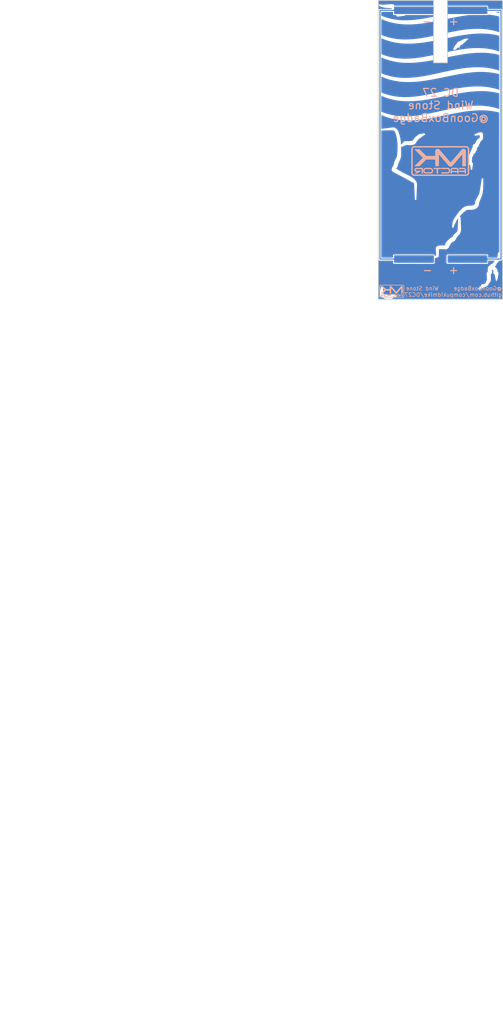
<source format=kicad_pcb>
(kicad_pcb (version 20171130) (host pcbnew "(5.1.2)-1")
  (layers (0 F.Cu signal) (31 B.Cu signal) (34 B.Paste user) (35 F.Paste user) (36 B.SilkS user) (37 F.SilkS user) (38 B.Mask user) (39 F.Mask user hide) (44 Edge.Cuts user))
  (net 0 "")
  (net 1 "Net-(BT1-Pad2)")
  (net 2 "Net-(BT1-Pad1)")
  (module WindSide (layer F.Cu) (at -0.1016 -0.0762)
    (fp_text reference Ref** hide)
    (fp_text value Val** hide)
    (fp_poly (pts (xy -5.755309 -37.945425) (xy -5.407321 -37.945388) (xy -5.071373 -37.945323) (xy -4.748206 -37.945232) (xy -4.438562 -37.945115) (xy -4.143183 -37.944972) (xy -3.86281 -37.944803) (xy -3.598185 -37.94461) (xy -3.350049 -37.944393) (xy -3.119144 -37.944151) (xy -2.906211 -37.943886) (xy -2.711993 -37.943599) (xy -2.537231 -37.943288) (xy -2.382666 -37.942955) (xy -2.24904 -37.942601) (xy -2.137095 -37.942225) (xy -2.047572 -37.941829) (xy -1.981213 -37.941412) (xy -1.938759 -37.940975) (xy -1.920953 -37.940519) (xy -1.920875 -37.940511) (xy -1.8415 -37.932879) (xy -1.8415 -36.7157) (xy -11.670206 -36.7157) (xy -11.743139 -36.805968) (xy -11.836547 -36.908823) (xy -11.933636 -36.989242) (xy -12.038592 -37.050185) (xy -12.148093 -37.092338) (xy -12.207153 -37.104671) (xy -12.286958 -37.11261) (xy -12.383245 -37.116187) (xy -12.491746 -37.115435) (xy -12.608198 -37.110386) (xy -12.728334 -37.101073) (xy -12.84789 -37.087529) (xy -12.8524 -37.086927) (xy -12.905059 -37.080698) (xy -12.979888 -37.073079) (xy -13.073713 -37.064336) (xy -13.183357 -37.054737) (xy -13.305646 -37.044549) (xy -13.437404 -37.03404) (xy -13.575456 -37.023477) (xy -13.716626 -37.013128) (xy -13.7922 -37.007781) (xy -13.930134 -36.998086) (xy -14.063786 -36.98857) (xy -14.190407 -36.979437) (xy -14.307248 -36.970891) (xy -14.411558 -36.963136) (xy -14.500589 -36.956375) (xy -14.571589 -36.950813) (xy -14.621811 -36.946653) (xy -14.642207 -36.944777) (xy -14.692162 -36.940347) (xy -14.733636 -36.938783) (xy -14.773433 -36.940682) (xy -14.818357 -36.946641) (xy -14.875212 -36.957258) (xy -14.940657 -36.970956) (xy -15.051596 -36.991016) (xy -15.179598 -37.008053) (xy -15.316422 -37.021251) (xy -15.453828 -37.029795) (xy -15.56632 -37.032802) (xy -15.619589 -37.0332) (xy -15.665349 -36.886614) (xy -15.68362 -36.828365) (xy -15.699466 -36.77837) (xy -15.711179 -36.741977) (xy -15.717034 -36.724589) (xy -15.711858 -36.711513) (xy -15.688181 -36.691265) (xy -15.644953 -36.663192) (xy -15.581127 -36.626643) (xy -15.495652 -36.580967) (xy -15.437845 -36.551109) (xy -15.192638 -36.438387) (xy -14.932609 -36.343723) (xy -14.656437 -36.26671) (xy -14.3628 -36.206938) (xy -14.2875 -36.194793) (xy -14.205205 -36.182781) (xy -14.121109 -36.171834) (xy -14.032495 -36.161732) (xy -13.936644 -36.152249) (xy -13.830841 -36.143164) (xy -13.712367 -36.134255) (xy -13.578506 -36.125297) (xy -13.42654 -36.116069) (xy -13.253751 -36.106348) (xy -13.123129 -36.099351) (xy -12.50315 -36.066673) (xy -12.425432 -35.981612) (xy -12.347713 -35.89655) (xy -13.949432 -35.8902) (xy -14.187996 -35.889303) (xy -14.402508 -35.888544) (xy -14.594317 -35.887842) (xy -14.76477 -35.887112) (xy -14.915214 -35.886271) (xy -15.046997 -35.885237) (xy -15.161467 -35.883925) (xy -15.259971 -35.882252) (xy -15.343858 -35.880136) (xy -15.414473 -35.877491) (xy -15.473167 -35.874237) (xy -15.521285 -35.870288) (xy -15.560175 -35.865561) (xy -15.591186 -35.859974) (xy -15.615665 -35.853443) (xy -15.634958 -35.845884) (xy -15.650415 -35.837214) (xy -15.663383 -35.82735) (xy -15.675209 -35.816209) (xy -15.687241 -35.803707) (xy -15.700826 -35.789761) (xy -15.709552 -35.781347) (xy -15.773241 -35.721774) (xy -15.770146 -36.831512) (xy -15.76705 -37.94125) (xy -8.88365 -37.944697) (xy -8.466042 -37.944892) (xy -8.054541 -37.945057) (xy -7.649889 -37.945191) (xy -7.252826 -37.945296) (xy -6.864095 -37.945371) (xy -6.484438 -37.945417) (xy -6.114595 -37.945435) (xy -5.755309 -37.945425)) (layer B.Cu) (width 0.01))
    (fp_poly (pts (xy 9.379688 -37.94646) (xy 9.741661 -37.946429) (xy 10.101401 -37.946382) (xy 10.458018 -37.946317) (xy 10.810623 -37.946235) (xy 11.158326 -37.946136) (xy 11.500237 -37.94602) (xy 11.835467 -37.945887) (xy 12.163124 -37.945737) (xy 12.482321 -37.94557) (xy 12.792167 -37.945386) (xy 13.091772 -37.945185) (xy 13.380246 -37.944967) (xy 13.6567 -37.944731) (xy 13.920244 -37.944479) (xy 14.169988 -37.944209) (xy 14.405042 -37.943922) (xy 14.624518 -37.943619) (xy 14.827524 -37.943298) (xy 15.013171 -37.94296) (xy 15.180569 -37.942605) (xy 15.328829 -37.942232) (xy 15.457061 -37.941843) (xy 15.564375 -37.941436) (xy 15.649881 -37.941012) (xy 15.712689 -37.940571) (xy 15.75191 -37.940113) (xy 15.766654 -37.939638) (xy 15.766719 -37.93962) (xy 15.769808 -37.935033) (xy 15.77253 -37.922821) (xy 15.774909 -37.90153) (xy 15.776969 -37.869706) (xy 15.778732 -37.825896) (xy 15.780225 -37.768645) (xy 15.78147 -37.696499) (xy 15.782492 -37.608005) (xy 15.783314 -37.501708) (xy 15.783961 -37.376155) (xy 15.784456 -37.229892) (xy 15.784824 -37.061465) (xy 15.785088 -36.869419) (xy 15.785135 -36.822682) (xy 15.785259 -36.657184) (xy 15.785307 -36.499153) (xy 15.785283 -36.350407) (xy 15.78519 -36.212764) (xy 15.785032 -36.088043) (xy 15.784812 -35.978061) (xy 15.784534 -35.884636) (xy 15.784201 -35.809587) (xy 15.783818 -35.754731) (xy 15.783387 -35.721886) (xy 15.782979 -35.712629) (xy 15.773778 -35.721627) (xy 15.75378 -35.744391) (xy 15.738673 -35.762339) (xy 15.703825 -35.795535) (xy 15.656522 -35.82963) (xy 15.619169 -35.85101) (xy 15.540743 -35.8902) (xy 12.23166 -35.8902) (xy 12.22375 -36.54848) (xy 12.185121 -36.603408) (xy 12.151624 -36.642295) (xy 12.112073 -36.676468) (xy 12.096221 -36.686809) (xy 12.04595 -36.715283) (xy 6.950075 -36.715492) (xy 1.8542 -36.7157) (xy 1.8542 -37.932074) (xy 1.895475 -37.93951) (xy 1.910691 -37.939986) (xy 1.950367 -37.940446) (xy 2.013614 -37.940888) (xy 2.099542 -37.941314) (xy 2.20726 -37.941723) (xy 2.33588 -37.942115) (xy 2.484511 -37.94249) (xy 2.652263 -37.942849) (xy 2.838247 -37.943191) (xy 3.041574 -37.943515) (xy 3.261352 -37.943823) (xy 3.496693 -37.944114) (xy 3.746707 -37.944388) (xy 4.010504 -37.944646) (xy 4.287194 -37.944886) (xy 4.575888 -37.94511) (xy 4.875695 -37.945316) (xy 5.185726 -37.945506) (xy 5.505091 -37.945679) (xy 5.832901 -37.945834) (xy 6.168265 -37.945973) (xy 6.510294 -37.946095) (xy 6.858098 -37.9462) (xy 7.210788 -37.946288) (xy 7.567472 -37.946359) (xy 7.927263 -37.946414) (xy 8.28927 -37.946451) (xy 8.652603 -37.946471) (xy 9.016372 -37.946474) (xy 9.379688 -37.94646)) (layer B.Cu) (width 0.01))
    (fp_poly (pts (xy 15.0749 -34.9885) (xy 15.074185 -34.920049) (xy 15.071838 -34.874037) (xy 15.06755 -34.84754) (xy 15.061014 -34.837634) (xy 15.059025 -34.837405) (xy 15.04224 -34.841657) (xy 15.005633 -34.852631) (xy 14.953469 -34.868992) (xy 14.890014 -34.889405) (xy 14.8336 -34.907887) (xy 14.75451 -34.933442) (xy 14.658849 -34.96348) (xy 14.554489 -34.99558) (xy 14.449305 -35.027323) (xy 14.351167 -35.056288) (xy 14.34465 -35.058182) (xy 14.06525 -35.139299) (xy 14.570075 -35.1401) (xy 15.0749 -35.1409) (xy 15.0749 -34.9885)) (layer B.Cu) (width 0.01))
    (fp_poly (pts (xy -12.100888 -34.820225) (xy -12.099537 -34.721534) (xy -12.098128 -34.644814) (xy -12.096343 -34.586638) (xy -12.093862 -34.543579) (xy -12.090364 -34.51221) (xy -12.08553 -34.489102) (xy -12.079039 -34.47083) (xy -12.070573 -34.453965) (xy -12.065935 -34.44575) (xy -12.035086 -34.403901) (xy -11.995959 -34.365533) (xy -11.984506 -34.35685) (xy -11.933892 -34.32175) (xy -11.606356 -34.3178) (xy -11.506094 -34.31673) (xy -11.428247 -34.315717) (xy -11.369842 -34.31398) (xy -11.327908 -34.310742) (xy -11.299472 -34.305222) (xy -11.281564 -34.296643) (xy -11.27121 -34.284226) (xy -11.265439 -34.267192) (xy -11.26128 -34.244762) (xy -11.257949 -34.2265) (xy -11.230286 -34.145625) (xy -11.18284 -34.068362) (xy -11.12098 -34.001875) (xy -11.05535 -33.956064) (xy -11.026755 -33.943402) (xy -10.99333 -33.934733) (xy -10.948996 -33.929079) (xy -10.887672 -33.925462) (xy -10.8585 -33.924414) (xy -10.826756 -33.923754) (xy -10.793983 -33.923978) (xy -10.758041 -33.925333) (xy -10.716788 -33.928066) (xy -10.668083 -33.932423) (xy -10.609785 -33.93865) (xy -10.539751 -33.946994) (xy -10.45584 -33.957701) (xy -10.355912 -33.971018) (xy -10.237824 -33.987191) (xy -10.099435 -34.006466) (xy -9.938604 -34.029091) (xy -9.8933 -34.035488) (xy -9.75091 -34.055629) (xy -9.615118 -34.074879) (xy -9.488154 -34.09292) (xy -9.372247 -34.109433) (xy -9.269625 -34.124099) (xy -9.182517 -34.1366) (xy -9.113151 -34.146617) (xy -9.063756 -34.15383) (xy -9.03656 -34.157923) (xy -9.032875 -34.158527) (xy -9.009864 -34.16367) (xy -8.99754 -34.173098) (xy -8.992566 -34.193451) (xy -8.991605 -34.231364) (xy -8.9916 -34.240614) (xy -8.9916 -34.3154) (xy -1.840871 -34.3154) (xy -1.844361 -34.109533) (xy -1.84785 -33.903666) (xy -1.9177 -33.889052) (xy -2.454425 -33.778528) (xy -2.968794 -33.676285) (xy -3.462386 -33.582097) (xy -3.936777 -33.495741) (xy -4.393546 -33.41699) (xy -4.834271 -33.34562) (xy -5.26053 -33.281407) (xy -5.6739 -33.224124) (xy -6.075959 -33.173548) (xy -6.468286 -33.129454) (xy -6.852458 -33.091615) (xy -7.230052 -33.059808) (xy -7.602648 -33.033808) (xy -7.971822 -33.01339) (xy -8.102422 -33.007438) (xy -8.169518 -33.005176) (xy -8.257496 -33.003171) (xy -8.362828 -33.001434) (xy -8.48199 -32.999974) (xy -8.611454 -32.998802) (xy -8.747694 -32.997926) (xy -8.887186 -32.997358) (xy -9.026402 -32.997107) (xy -9.161817 -32.997182) (xy -9.289904 -32.997594) (xy -9.407138 -32.998353) (xy -9.509993 -32.999468) (xy -9.594942 -33.000949) (xy -9.65846 -33.002806) (xy -9.6647 -33.003064) (xy -10.259208 -33.037534) (xy -10.836324 -33.088973) (xy -11.397892 -33.157764) (xy -11.945755 -33.244288) (xy -12.481758 -33.348926) (xy -13.007743 -33.47206) (xy -13.525554 -33.614071) (xy -14.037034 -33.775342) (xy -14.544028 -33.956253) (xy -14.852279 -34.076577) (xy -14.91793 -34.103408) (xy -14.975854 -34.127781) (xy -15.021671 -34.147798) (xy -15.050999 -34.161561) (xy -15.059025 -34.166156) (xy -15.063324 -34.175439) (xy -15.066837 -34.197063) (xy -15.069627 -34.232956) (xy -15.071754 -34.28505) (xy -15.073283 -34.355273) (xy -15.074273 -34.445557) (xy -15.074789 -34.55783) (xy -15.0749 -34.659856) (xy -15.0749 -35.1409) (xy -12.105026 -35.1409) (xy -12.100888 -34.820225)) (layer B.Cu) (width 0.01))
    (fp_poly (pts (xy 12.461787 -34.405156) (xy 12.948109 -34.348211) (xy 13.429657 -34.277559) (xy 13.911913 -34.192217) (xy 14.400358 -34.0912) (xy 14.900473 -33.973523) (xy 14.989175 -33.951251) (xy 15.0749 -33.929533) (xy 15.0749 -29.937107) (xy 14.843125 -30.012052) (xy 14.266751 -30.186267) (xy 13.681644 -30.338893) (xy 13.086834 -30.4701) (xy 12.481353 -30.580055) (xy 11.86423 -30.668925) (xy 11.234496 -30.736879) (xy 10.591182 -30.784083) (xy 10.294506 -30.798705) (xy 10.199014 -30.801864) (xy 10.082731 -30.804314) (xy 9.949131 -30.80608) (xy 9.801686 -30.807184) (xy 9.643869 -30.807649) (xy 9.479151 -30.807497) (xy 9.311006 -30.806753) (xy 9.142906 -30.805439) (xy 8.978324 -30.803578) (xy 8.820732 -30.801193) (xy 8.673603 -30.798307) (xy 8.54041 -30.794943) (xy 8.424624 -30.791125) (xy 8.32972 -30.786874) (xy 8.3058 -30.785516) (xy 7.920103 -30.760057) (xy 7.536664 -30.730297) (xy 7.153552 -30.695949) (xy 6.768837 -30.65673) (xy 6.38059 -30.612352) (xy 5.98688 -30.562531) (xy 5.585778 -30.506982) (xy 5.175353 -30.445419) (xy 4.753676 -30.377556) (xy 4.318817 -30.303108) (xy 3.868845 -30.22179) (xy 3.401832 -30.133316) (xy 2.915846 -30.037402) (xy 2.408958 -29.93376) (xy 2.079364 -29.864655) (xy 2.009203 -29.849885) (xy 1.948054 -29.837148) (xy 1.900088 -29.827301) (xy 1.869474 -29.821203) (xy 1.860289 -29.8196) (xy 1.859567 -29.832061) (xy 1.85887 -29.868481) (xy 1.858202 -29.927422) (xy 1.857568 -30.007445) (xy 1.856974 -30.107109) (xy 1.856423 -30.224976) (xy 1.855922 -30.359604) (xy 1.855475 -30.509556) (xy 1.855086 -30.673392) (xy 1.854762 -30.849671) (xy 1.854507 -31.036954) (xy 1.854325 -31.233802) (xy 1.854222 -31.438775) (xy 1.8542 -31.59125) (xy 1.854223 -31.801202) (xy 1.85429 -32.00407) (xy 1.8544 -32.198414) (xy 1.854548 -32.382795) (xy 1.854734 -32.555773) (xy 1.854953 -32.715909) (xy 1.855203 -32.861763) (xy 1.855481 -32.991895) (xy 1.855786 -33.104867) (xy 1.856113 -33.199237) (xy 1.856461 -33.273568) (xy 1.856827 -33.326418) (xy 1.857208 -33.35635) (xy 1.857491 -33.3629) (xy 1.870239 -33.365349) (xy 1.905137 -33.372326) (xy 1.959449 -33.383276) (xy 2.030436 -33.397647) (xy 2.115364 -33.414883) (xy 2.211495 -33.43443) (xy 2.316093 -33.455735) (xy 2.330566 -33.458686) (xy 2.7657 -33.546796) (xy 3.178018 -33.629002) (xy 3.569329 -33.705626) (xy 3.941442 -33.77699) (xy 4.296167 -33.843416) (xy 4.635313 -33.905226) (xy 4.960688 -33.962742) (xy 5.274102 -34.016286) (xy 5.577364 -34.066181) (xy 5.872284 -34.112747) (xy 6.16067 -34.156308) (xy 6.444331 -34.197185) (xy 6.604 -34.219325) (xy 6.687463 -34.230849) (xy 6.762971 -34.241417) (xy 6.831847 -34.251072) (xy 6.895411 -34.259854) (xy 6.954985 -34.267804) (xy 7.01189 -34.274964) (xy 7.067449 -34.281374) (xy 7.122983 -34.287076) (xy 7.179812 -34.29211) (xy 7.23926 -34.296518) (xy 7.302647 -34.30034) (xy 7.371295 -34.303617) (xy 7.446525 -34.306392) (xy 7.52966 -34.308703) (xy 7.62202 -34.310594) (xy 7.724927 -34.312104) (xy 7.839703 -34.313275) (xy 7.967669 -34.314148) (xy 8.110147 -34.314763) (xy 8.268458 -34.315163) (xy 8.443924 -34.315387) (xy 8.637867 -34.315477) (xy 8.851608 -34.315474) (xy 9.086469 -34.315419) (xy 9.34377 -34.315352) (xy 9.624835 -34.315316) (xy 9.695615 -34.315317) (xy 12.03158 -34.3154) (xy 12.08634 -34.341909) (xy 12.125545 -34.365165) (xy 12.158442 -34.391819) (xy 12.166463 -34.400661) (xy 12.191825 -34.432905) (xy 12.461787 -34.405156)) (layer B.Cu) (width 0.01))
    (fp_poly (pts (xy -15.049926 -33.294531) (xy -15.016694 -33.281256) (xy -14.969996 -33.26158) (xy -14.914685 -33.237504) (xy -14.912238 -33.236423) (xy -14.475166 -33.053094) (xy -14.018576 -32.880498) (xy -13.546482 -32.719811) (xy -13.062898 -32.572209) (xy -12.57184 -32.438865) (xy -12.07732 -32.320956) (xy -11.583355 -32.219657) (xy -11.22323 -32.156516) (xy -10.728659 -32.083325) (xy -10.227947 -32.023509) (xy -9.719894 -31.977095) (xy -9.203303 -31.944111) (xy -8.676978 -31.924582) (xy -8.139719 -31.918536) (xy -7.590329 -31.925999) (xy -7.027611 -31.946998) (xy -6.450367 -31.981559) (xy -5.857399 -32.029709) (xy -5.247509 -32.091476) (xy -4.6195 -32.166885) (xy -3.972174 -32.255963) (xy -3.4925 -32.32873) (xy -3.391159 -32.344886) (xy -3.277171 -32.363428) (xy -3.153229 -32.383887) (xy -3.022028 -32.4058) (xy -2.886261 -32.428699) (xy -2.748621 -32.452118) (xy -2.611803 -32.475593) (xy -2.478499 -32.498656) (xy -2.351404 -32.520841) (xy -2.233211 -32.541683) (xy -2.126613 -32.560716) (xy -2.034305 -32.577473) (xy -1.958979 -32.591488) (xy -1.90333 -32.602296) (xy -1.870075 -32.609425) (xy -1.8415 -32.616354) (xy -1.8415 -29.010416) (xy -1.939925 -28.9901) (xy -2.441236 -28.88794) (xy -2.919899 -28.793151) (xy -3.377504 -28.705505) (xy -3.815639 -28.624771) (xy -4.235894 -28.550722) (xy -4.639858 -28.483127) (xy -5.02912 -28.421759) (xy -5.405269 -28.366387) (xy -5.769893 -28.316783) (xy -6.124582 -28.272718) (xy -6.470925 -28.233962) (xy -6.81051 -28.200287) (xy -7.144928 -28.171464) (xy -7.475766 -28.147263) (xy -7.804613 -28.127455) (xy -7.9883 -28.118206) (xy -8.111928 -28.113232) (xy -8.253787 -28.108926) (xy -8.409259 -28.10533) (xy -8.573727 -28.102483) (xy -8.742574 -28.100424) (xy -8.911183 -28.099195) (xy -9.074936 -28.098834) (xy -9.229217 -28.099381) (xy -9.369407 -28.100878) (xy -9.49089 -28.103363) (xy -9.5377 -28.104797) (xy -10.174914 -28.137521) (xy -10.797888 -28.19111) (xy -11.406971 -28.265636) (xy -12.002512 -28.361171) (xy -12.584856 -28.477785) (xy -13.154353 -28.615549) (xy -13.71135 -28.774536) (xy -14.256194 -28.954817) (xy -14.789233 -29.156462) (xy -14.91615 -29.208337) (xy -15.06855 -29.271542) (xy -15.071765 -31.285471) (xy -15.072059 -31.509536) (xy -15.072222 -31.726606) (xy -15.072257 -31.935332) (xy -15.072169 -32.134362) (xy -15.071963 -32.322347) (xy -15.071643 -32.497937) (xy -15.071214 -32.659781) (xy -15.070681 -32.806529) (xy -15.070048 -32.936831) (xy -15.069319 -33.049337) (xy -15.068501 -33.142696) (xy -15.067596 -33.215559) (xy -15.066611 -33.266574) (xy -15.065549 -33.294393) (xy -15.064841 -33.2994) (xy -15.049926 -33.294531)) (layer B.Cu) (width 0.01))
    (fp_poly (pts (xy 10.839179 -29.60808) (xy 11.328533 -29.59306) (xy 11.810036 -29.56663) (xy 12.23645 -29.53327) (xy 12.679554 -29.487502) (xy 13.128794 -29.42919) (xy 13.576051 -29.359569) (xy 14.013207 -29.279874) (xy 14.320347 -29.216251) (xy 14.413884 -29.195463) (xy 14.513748 -29.172644) (xy 14.615815 -29.148794) (xy 14.715961 -29.124911) (xy 14.810062 -29.101995) (xy 14.893996 -29.081044) (xy 14.963639 -29.06306) (xy 15.014867 -29.049039) (xy 15.033625 -29.043404) (xy 15.0749 -29.030231) (xy 15.0749 -27.037316) (xy 15.074874 -26.81444) (xy 15.074798 -26.598565) (xy 15.074676 -26.39105) (xy 15.074509 -26.193251) (xy 15.074301 -26.006526) (xy 15.074054 -25.832232) (xy 15.073772 -25.671726) (xy 15.073457 -25.526366) (xy 15.073111 -25.397509) (xy 15.072739 -25.286512) (xy 15.072342 -25.194732) (xy 15.071923 -25.123528) (xy 15.071485 -25.074255) (xy 15.071032 -25.048272) (xy 15.070774 -25.0444) (xy 15.057681 -25.048213) (xy 15.026651 -25.058324) (xy 14.98376 -25.072744) (xy 14.972349 -25.076634) (xy 14.931288 -25.090204) (xy 14.871229 -25.109433) (xy 14.797489 -25.132651) (xy 14.715389 -25.158183) (xy 14.630248 -25.184359) (xy 14.61135 -25.190126) (xy 14.177958 -25.316162) (xy 13.74773 -25.428922) (xy 13.317322 -25.52898) (xy 12.883391 -25.61691) (xy 12.442594 -25.693288) (xy 11.991586 -25.758688) (xy 11.527026 -25.813686) (xy 11.045569 -25.858855) (xy 10.543872 -25.894772) (xy 10.49655 -25.897634) (xy 10.414342 -25.901531) (xy 10.310034 -25.904878) (xy 10.18692 -25.907673) (xy 10.048292 -25.909917) (xy 9.897445 -25.911609) (xy 9.737672 -25.91275) (xy 9.572266 -25.913338) (xy 9.404522 -25.913375) (xy 9.237733 -25.912859) (xy 9.075193 -25.911792) (xy 8.920195 -25.910172) (xy 8.776033 -25.907999) (xy 8.646 -25.905274) (xy 8.53339 -25.901996) (xy 8.441498 -25.898166) (xy 8.4328 -25.897711) (xy 8.020603 -25.872856) (xy 7.607648 -25.842316) (xy 7.192064 -25.805822) (xy 6.771981 -25.763106) (xy 6.345531 -25.713899) (xy 5.910844 -25.657934) (xy 5.46605 -25.594943) (xy 5.009281 -25.524656) (xy 4.538665 -25.446805) (xy 4.052335 -25.361123) (xy 3.54842 -25.267341) (xy 3.025051 -25.165191) (xy 2.480359 -25.054404) (xy 2.3114 -25.01921) (xy 2.210529 -24.998183) (xy 2.117279 -24.978925) (xy 2.034634 -24.962037) (xy 1.965583 -24.948123) (xy 1.913111 -24.937786) (xy 1.880203 -24.931628) (xy 1.870075 -24.930114) (xy 1.867776 -24.934693) (xy 1.865696 -24.949137) (xy 1.863825 -24.974503) (xy 1.862153 -25.011847) (xy 1.860672 -25.062225) (xy 1.859371 -25.126692) (xy 1.858241 -25.206306) (xy 1.857272 -25.302121) (xy 1.856456 -25.415194) (xy 1.855782 -25.546582) (xy 1.855672 -25.577264) (xy 3.2893 -25.577264) (xy 3.290547 -25.529356) (xy 3.295194 -25.500973) (xy 3.304596 -25.486319) (xy 3.311525 -25.482323) (xy 3.431524 -25.439259) (xy 3.539658 -25.41614) (xy 3.639358 -25.412638) (xy 3.734057 -25.428419) (xy 3.766736 -25.438466) (xy 3.852681 -25.477023) (xy 3.943972 -25.535811) (xy 4.041602 -25.615649) (xy 4.146564 -25.717358) (xy 4.259851 -25.841756) (xy 4.271488 -25.855256) (xy 4.321888 -25.912317) (xy 4.361939 -25.951891) (xy 4.396658 -25.976715) (xy 4.431064 -25.989525) (xy 4.470175 -25.993057) (xy 4.518744 -25.990074) (xy 4.605699 -25.989851) (xy 4.696708 -26.003553) (xy 4.781449 -26.029091) (xy 4.832797 -26.053641) (xy 4.888296 -26.094562) (xy 4.944344 -26.149804) (xy 4.992192 -26.210047) (xy 5.014714 -26.247401) (xy 5.029868 -26.285281) (xy 5.045416 -26.337223) (xy 5.058056 -26.392157) (xy 5.058325 -26.393572) (xy 5.066044 -26.430911) (xy 5.075352 -26.461998) (xy 5.088867 -26.489302) (xy 5.109205 -26.515292) (xy 5.138982 -26.542434) (xy 5.180816 -26.573197) (xy 5.237323 -26.610049) (xy 5.311119 -26.655457) (xy 5.380023 -26.696996) (xy 5.436674 -26.73095) (xy 5.48667 -26.760966) (xy 5.531557 -26.788324) (xy 5.572881 -26.814301) (xy 5.612187 -26.840175) (xy 5.651021 -26.867223) (xy 5.690928 -26.896724) (xy 5.733455 -26.929955) (xy 5.780147 -26.968194) (xy 5.83255 -27.012718) (xy 5.89221 -27.064806) (xy 5.960671 -27.125735) (xy 6.039481 -27.196783) (xy 6.130183 -27.279227) (xy 6.234326 -27.374346) (xy 6.353453 -27.483417) (xy 6.489111 -27.607718) (xy 6.557402 -27.670282) (xy 7.219275 -28.27655) (xy 7.124362 -28.291452) (xy 6.981547 -28.312819) (xy 6.859476 -28.328442) (xy 6.754163 -28.338374) (xy 6.661623 -28.342673) (xy 6.577872 -28.341395) (xy 6.498923 -28.334593) (xy 6.420792 -28.322326) (xy 6.339494 -28.304648) (xy 6.33095 -28.302564) (xy 6.260257 -28.283971) (xy 6.191574 -28.263087) (xy 6.121912 -28.238589) (xy 6.048283 -28.209153) (xy 5.967701 -28.173455) (xy 5.877177 -28.130173) (xy 5.773724 -28.077981) (xy 5.654355 -28.015558) (xy 5.516081 -27.941579) (xy 5.516038 -27.941555) (xy 5.427492 -27.895419) (xy 5.325107 -27.844658) (xy 5.218673 -27.793973) (xy 5.117976 -27.748061) (xy 5.065188 -27.725102) (xy 4.919054 -27.661844) (xy 4.794071 -27.604902) (xy 4.68728 -27.552599) (xy 4.595722 -27.503257) (xy 4.516439 -27.455201) (xy 4.446471 -27.406752) (xy 4.382861 -27.356232) (xy 4.328417 -27.307435) (xy 4.230391 -27.198891) (xy 4.154825 -27.079731) (xy 4.109477 -26.972809) (xy 4.092598 -26.925537) (xy 4.076625 -26.893646) (xy 4.055312 -26.869072) (xy 4.022411 -26.843753) (xy 3.995247 -26.825339) (xy 3.942504 -26.786817) (xy 3.893206 -26.743114) (xy 3.845674 -26.691781) (xy 3.798234 -26.630369) (xy 3.749209 -26.556428) (xy 3.696923 -26.467508) (xy 3.6397 -26.361161) (xy 3.575863 -26.234936) (xy 3.537398 -26.156302) (xy 3.496469 -26.072697) (xy 3.457078 -25.993804) (xy 3.421183 -25.923421) (xy 3.39074 -25.865346) (xy 3.367705 -25.823379) (xy 3.355963 -25.804009) (xy 3.319835 -25.742556) (xy 3.298929 -25.682839) (xy 3.290135 -25.614278) (xy 3.2893 -25.577264) (xy 1.855672 -25.577264) (xy 1.855241 -25.697339) (xy 1.854824 -25.868523) (xy 1.854521 -26.06119) (xy 1.854323 -26.276394) (xy 1.85422 -26.515193) (xy 1.8542 -26.699543) (xy 1.8542 -28.468985) (xy 1.990725 -28.496264) (xy 2.030627 -28.504262) (xy 2.092352 -28.516669) (xy 2.172825 -28.532865) (xy 2.268973 -28.55223) (xy 2.377719 -28.574145) (xy 2.495991 -28.59799) (xy 2.620713 -28.623147) (xy 2.748811 -28.648996) (xy 2.7559 -28.650427) (xy 3.066689 -28.712845) (xy 3.356089 -28.770296) (xy 3.627487 -28.823412) (xy 3.884267 -28.87283) (xy 4.129816 -28.919184) (xy 4.367519 -28.963108) (xy 4.600762 -29.005237) (xy 4.832931 -29.046207) (xy 5.067411 -29.086651) (xy 5.22605 -29.113528) (xy 5.865858 -29.216911) (xy 6.484734 -29.3081) (xy 7.083988 -29.387175) (xy 7.664926 -29.454215) (xy 8.228857 -29.509296) (xy 8.777088 -29.552498) (xy 9.310928 -29.5839) (xy 9.831685 -29.603578) (xy 10.340666 -29.611612) (xy 10.839179 -29.60808)) (layer B.Cu) (width 0.01))
    (fp_poly (pts (xy -15.042707 -28.39907) (xy -15.007107 -28.38375) (xy -14.956329 -28.361846) (xy -14.894441 -28.335112) (xy -14.833999 -28.308976) (xy -14.307628 -28.094106) (xy -13.765279 -27.89778) (xy -13.208792 -27.720437) (xy -12.640007 -27.56252) (xy -12.060763 -27.42447) (xy -11.4729 -27.306728) (xy -10.878259 -27.209735) (xy -10.278679 -27.133932) (xy -9.72185 -27.083106) (xy -9.576453 -27.072487) (xy -9.447072 -27.063547) (xy -9.329147 -27.056099) (xy -9.218121 -27.049955) (xy -9.109433 -27.044928) (xy -8.998525 -27.040829) (xy -8.880839 -27.037472) (xy -8.751814 -27.034669) (xy -8.606893 -27.032231) (xy -8.441517 -27.029972) (xy -8.42645 -27.029783) (xy -7.997447 -27.02832) (xy -7.565793 -27.034726) (xy -7.12953 -27.04918) (xy -6.686702 -27.071859) (xy -6.235349 -27.102942) (xy -5.773513 -27.142607) (xy -5.299238 -27.191032) (xy -4.810563 -27.248397) (xy -4.305532 -27.314877) (xy -3.782187 -27.390653) (xy -3.238568 -27.475903) (xy -2.88925 -27.533801) (xy -2.779484 -27.552475) (xy -2.663752 -27.572388) (xy -2.545147 -27.59299) (xy -2.426763 -27.61373) (xy -2.311694 -27.634055) (xy -2.203032 -27.653416) (xy -2.103872 -27.67126) (xy -2.017307 -27.687037) (xy -1.94643 -27.700195) (xy -1.894335 -27.710182) (xy -1.864116 -27.716449) (xy -1.863725 -27.71654) (xy -1.860643 -27.71633) (xy -1.857858 -27.713376) (xy -1.855357 -27.706455) (xy -1.853124 -27.694348) (xy -1.851143 -27.67583) (xy -1.849401 -27.649682) (xy -1.847881 -27.61468) (xy -1.846568 -27.569604) (xy -1.845448 -27.513232) (xy -1.844505 -27.444341) (xy -1.843725 -27.36171) (xy -1.843091 -27.264117) (xy -1.842589 -27.150341) (xy -1.842205 -27.019159) (xy -1.841921 -26.869351) (xy -1.841725 -26.699693) (xy -1.8416 -26.508965) (xy -1.841531 -26.295945) (xy -1.841504 -26.059411) (xy -1.8415 -25.920529) (xy -1.8415 -24.119336) (xy -1.927225 -24.099884) (xy -2.067542 -24.068898) (xy -2.229937 -24.034528) (xy -2.411397 -23.997332) (xy -2.608908 -23.957873) (xy -2.819459 -23.91671) (xy -3.040034 -23.874405) (xy -3.267622 -23.831516) (xy -3.499208 -23.788605) (xy -3.73178 -23.746233) (xy -3.962324 -23.704959) (xy -4.187827 -23.665345) (xy -4.405276 -23.62795) (xy -4.611657 -23.593336) (xy -4.803957 -23.562061) (xy -4.9022 -23.546554) (xy -5.548854 -23.45227) (xy -6.182988 -23.372944) (xy -6.803527 -23.308648) (xy -7.409396 -23.259458) (xy -7.999519 -23.225446) (xy -8.572821 -23.206687) (xy -9.128227 -23.203254) (xy -9.664661 -23.215221) (xy -9.70915 -23.216943) (xy -10.314577 -23.251897) (xy -10.91326 -23.307908) (xy -11.503548 -23.384706) (xy -12.08379 -23.48202) (xy -12.652335 -23.599582) (xy -13.207532 -23.73712) (xy -13.6271 -23.857137) (xy -13.830001 -23.920456) (xy -14.03803 -23.988646) (xy -14.24592 -24.059839) (xy -14.448402 -24.132167) (xy -14.64021 -24.203759) (xy -14.816074 -24.272749) (xy -14.9225 -24.316644) (xy -15.06855 -24.378316) (xy -15.071765 -26.395482) (xy -15.072166 -26.669185) (xy -15.072453 -26.918483) (xy -15.072621 -27.144372) (xy -15.072662 -27.347845) (xy -15.07257 -27.529898) (xy -15.07234 -27.691526) (xy -15.071964 -27.833724) (xy -15.071437 -27.957486) (xy -15.070752 -28.063808) (xy -15.069902 -28.153684) (xy -15.068883 -28.22811) (xy -15.067687 -28.28808) (xy -15.066308 -28.334589) (xy -15.06474 -28.368632) (xy -15.062976 -28.391205) (xy -15.06101 -28.403301) (xy -15.059065 -28.406053) (xy -15.042707 -28.39907)) (layer B.Cu) (width 0.01))
    (fp_poly (pts (xy 10.626407 -24.713049) (xy 10.790108 -24.711882) (xy 10.944174 -24.710013) (xy 11.084334 -24.707442) (xy 11.206319 -24.704168) (xy 11.2776 -24.701503) (xy 11.834694 -24.669747) (xy 12.383476 -24.623178) (xy 12.921682 -24.562119) (xy 13.44705 -24.486895) (xy 13.957316 -24.39783) (xy 14.45022 -24.295249) (xy 14.923496 -24.179474) (xy 14.925675 -24.178899) (xy 15.0749 -24.13944) (xy 15.0749 -22.14717) (xy 15.074848 -21.924331) (xy 15.074696 -21.708494) (xy 15.07445 -21.501016) (xy 15.074115 -21.303255) (xy 15.073697 -21.116568) (xy 15.073202 -20.942314) (xy 15.072636 -20.78185) (xy 15.072003 -20.636532) (xy 15.071309 -20.507719) (xy 15.070561 -20.396769) (xy 15.069764 -20.305038) (xy 15.068923 -20.233885) (xy 15.068045 -20.184666) (xy 15.067134 -20.15874) (xy 15.066619 -20.1549) (xy 15.052504 -20.158611) (xy 15.018054 -20.16895) (xy 14.9671 -20.184729) (xy 14.903475 -20.204761) (xy 14.831011 -20.227857) (xy 14.822129 -20.230706) (xy 14.295151 -20.389983) (xy 13.762171 -20.531342) (xy 13.222302 -20.654832) (xy 12.674658 -20.760501) (xy 12.118354 -20.848398) (xy 11.552503 -20.918572) (xy 10.976219 -20.971071) (xy 10.388616 -21.005943) (xy 9.788809 -21.023237) (xy 9.175911 -21.023002) (xy 8.549036 -21.005286) (xy 7.907297 -20.970138) (xy 7.24981 -20.917606) (xy 6.575688 -20.847739) (xy 5.884045 -20.760585) (xy 5.6769 -20.731632) (xy 5.480671 -20.70322) (xy 5.286745 -20.674319) (xy 5.09386 -20.644683) (xy 4.900755 -20.614063) (xy 4.706171 -20.582214) (xy 4.508846 -20.548887) (xy 4.307521 -20.513834) (xy 4.100935 -20.47681) (xy 3.887827 -20.437567) (xy 3.666936 -20.395857) (xy 3.437003 -20.351433) (xy 3.196766 -20.304048) (xy 2.944966 -20.253454) (xy 2.680341 -20.199405) (xy 2.401632 -20.141653) (xy 2.107577 -20.079951) (xy 1.796916 -20.014052) (xy 1.468389 -19.943708) (xy 1.120735 -19.868671) (xy 0.752694 -19.788696) (xy 0.363005 -19.703534) (xy -0.049593 -19.612939) (xy -0.2413 -19.570722) (xy -0.62544 -19.486336) (xy -0.986663 -19.407574) (xy -1.326735 -19.33408) (xy -1.647427 -19.265499) (xy -1.950507 -19.201478) (xy -2.237742 -19.141659) (xy -2.510903 -19.085689) (xy -2.771756 -19.033212) (xy -3.022071 -18.983873) (xy -3.263616 -18.937317) (xy -3.498159 -18.893189) (xy -3.72747 -18.851134) (xy -3.953316 -18.810797) (xy -4.177466 -18.771822) (xy -4.401689 -18.733855) (xy -4.44678 -18.726338) (xy -5.011932 -18.636384) (xy -5.557421 -18.557862) (xy -6.086103 -18.490455) (xy -6.600836 -18.43385) (xy -7.104477 -18.387732) (xy -7.599884 -18.351785) (xy -8.0772 -18.326251) (xy -8.139225 -18.324134) (xy -8.222062 -18.322239) (xy -8.322401 -18.320576) (xy -8.436929 -18.319154) (xy -8.562332 -18.317982) (xy -8.695299 -18.317068) (xy -8.832516 -18.316422) (xy -8.970672 -18.316052) (xy -9.106452 -18.315969) (xy -9.236546 -18.31618) (xy -9.35764 -18.316695) (xy -9.466421 -18.317523) (xy -9.559578 -18.318673) (xy -9.633797 -18.320154) (xy -9.68375 -18.321875) (xy -9.918473 -18.333881) (xy -10.132706 -18.346415) (xy -10.331362 -18.359901) (xy -10.519351 -18.374761) (xy -10.701584 -18.39142) (xy -10.882973 -18.410299) (xy -11.068427 -18.431822) (xy -11.262859 -18.456413) (xy -11.29665 -18.460862) (xy -11.857935 -18.546446) (xy -12.418604 -18.654291) (xy -12.975481 -18.78356) (xy -13.52539 -18.933415) (xy -14.065156 -19.103016) (xy -14.591602 -19.291527) (xy -14.887575 -19.408376) (xy -15.0749 -19.484955) (xy -15.0749 -21.496328) (xy -15.074829 -21.79594) (xy -15.074613 -22.07042) (xy -15.074251 -22.320034) (xy -15.073741 -22.545048) (xy -15.073081 -22.74573) (xy -15.07227 -22.922346) (xy -15.071306 -23.075162) (xy -15.070187 -23.204446) (xy -15.068911 -23.310465) (xy -15.067477 -23.393484) (xy -15.065884 -23.453771) (xy -15.064128 -23.491592) (xy -15.062209 -23.507215) (xy -15.061783 -23.5077) (xy -15.04625 -23.502868) (xy -15.011638 -23.489499) (xy -14.962116 -23.469286) (xy -14.901856 -23.44392) (xy -14.855408 -23.423958) (xy -14.702496 -23.359131) (xy -14.53654 -23.291298) (xy -14.365746 -23.223688) (xy -14.198321 -23.159532) (xy -14.042471 -23.102059) (xy -13.98905 -23.083017) (xy -13.918102 -23.057921) (xy -13.852358 -23.034509) (xy -13.796936 -23.014617) (xy -13.756953 -23.000078) (xy -13.7414 -22.994264) (xy -13.716261 -22.985456) (xy -13.671135 -22.970518) (xy -13.610298 -22.950832) (xy -13.538028 -22.927777) (xy -13.458602 -22.902733) (xy -13.43025 -22.893862) (xy -13.003048 -22.766254) (xy -12.580028 -22.651854) (xy -12.157684 -22.550026) (xy -11.732511 -22.460134) (xy -11.301004 -22.381544) (xy -10.859655 -22.313618) (xy -10.404959 -22.255723) (xy -9.933411 -22.207223) (xy -9.441503 -22.167482) (xy -9.4107 -22.165323) (xy -9.324754 -22.16046) (xy -9.216418 -22.156129) (xy -9.088699 -22.152338) (xy -8.944602 -22.149095) (xy -8.787133 -22.146409) (xy -8.619299 -22.144287) (xy -8.444103 -22.142737) (xy -8.264553 -22.141769) (xy -8.083654 -22.141391) (xy -7.904412 -22.141609) (xy -7.729831 -22.142434) (xy -7.562919 -22.143873) (xy -7.40668 -22.145933) (xy -7.26412 -22.148625) (xy -7.138245 -22.151955) (xy -7.032061 -22.155932) (xy -6.97865 -22.158656) (xy -6.444114 -22.194018) (xy -5.906372 -22.238404) (xy -5.362774 -22.292146) (xy -4.810672 -22.355575) (xy -4.247415 -22.429025) (xy -3.670356 -22.512826) (xy -3.076843 -22.607313) (xy -2.464229 -22.712816) (xy -2.247813 -22.751858) (xy -2.152062 -22.769258) (xy -2.064269 -22.785082) (xy -1.987575 -22.798775) (xy -1.92512 -22.80978) (xy -1.880047 -22.817541) (xy -1.855497 -22.821503) (xy -1.852062 -22.8219) (xy -1.848706 -22.809586) (xy -1.84597 -22.774173) (xy -1.843915 -22.717955) (xy -1.842607 -22.643228) (xy -1.842108 -22.552287) (xy -1.84233 -22.470067) (xy -1.844401 -22.118234) (xy -1.814184 -22.092242) (xy -1.809756 -22.088636) (xy -1.804442 -22.08538) (xy -1.796989 -22.082457) (xy -1.786141 -22.079851) (xy -1.770643 -22.077543) (xy -1.749241 -22.075516) (xy -1.720681 -22.073754) (xy -1.683707 -22.072238) (xy -1.637065 -22.070952) (xy -1.579501 -22.069878) (xy -1.509759 -22.068998) (xy -1.426585 -22.068296) (xy -1.328725 -22.067755) (xy -1.214924 -22.067356) (xy -1.083926 -22.067082) (xy -0.934478 -22.066916) (xy -0.765325 -22.066842) (xy -0.575212 -22.06684) (xy -0.362884 -22.066895) (xy -0.127087 -22.066989) (xy 0.010163 -22.06705) (xy 0.259136 -22.067165) (xy 0.48396 -22.067288) (xy 0.685888 -22.067439) (xy 0.86617 -22.067635) (xy 1.026059 -22.067895) (xy 1.166806 -22.068237) (xy 1.289663 -22.068679) (xy 1.395881 -22.06924) (xy 1.486711 -22.069937) (xy 1.563406 -22.070789) (xy 1.627217 -22.071814) (xy 1.679396 -22.073031) (xy 1.721194 -22.074457) (xy 1.753862 -22.076111) (xy 1.778653 -22.078012) (xy 1.796818 -22.080176) (xy 1.809609 -22.082624) (xy 1.818277 -22.085372) (xy 1.824074 -22.08844) (xy 1.828251 -22.091845) (xy 1.830032 -22.093589) (xy 1.835491 -22.099607) (xy 1.840114 -22.107203) (xy 1.843967 -22.118387) (xy 1.847115 -22.135167) (xy 1.849624 -22.159552) (xy 1.85156 -22.193551) (xy 1.852988 -22.239173) (xy 1.853975 -22.298428) (xy 1.854585 -22.373324) (xy 1.854885 -22.46587) (xy 1.854941 -22.578075) (xy 1.854817 -22.711949) (xy 1.854618 -22.845522) (xy 1.854467 -23.005262) (xy 1.854585 -23.141281) (xy 1.855005 -23.255256) (xy 1.855764 -23.348866) (xy 1.856894 -23.423786) (xy 1.858432 -23.481696) (xy 1.860411 -23.524273) (xy 1.862866 -23.553194) (xy 1.865831 -23.570137) (xy 1.869342 -23.57678) (xy 1.869707 -23.576937) (xy 1.887154 -23.58104) (xy 1.927232 -23.589592) (xy 1.987651 -23.602137) (xy 2.066119 -23.618217) (xy 2.160348 -23.637376) (xy 2.268045 -23.659155) (xy 2.386921 -23.683098) (xy 2.514685 -23.708747) (xy 2.649047 -23.735646) (xy 2.787716 -23.763337) (xy 2.928401 -23.791362) (xy 3.068813 -23.819266) (xy 3.20666 -23.84659) (xy 3.339652 -23.872877) (xy 3.465499 -23.897671) (xy 3.58191 -23.920513) (xy 3.686595 -23.940948) (xy 3.777263 -23.958517) (xy 3.851624 -23.972763) (xy 3.8735 -23.976903) (xy 4.386989 -24.07203) (xy 4.878223 -24.159581) (xy 5.349112 -24.2398) (xy 5.801568 -24.31293) (xy 6.2375 -24.379213) (xy 6.658821 -24.438894) (xy 7.06744 -24.492215) (xy 7.465269 -24.539419) (xy 7.85422 -24.580749) (xy 8.236202 -24.616449) (xy 8.613126 -24.646762) (xy 8.986905 -24.67193) (xy 9.359448 -24.692197) (xy 9.56945 -24.701546) (xy 9.68102 -24.705297) (xy 9.812849 -24.708346) (xy 9.960666 -24.710692) (xy 10.120201 -24.712335) (xy 10.287184 -24.713276) (xy 10.457342 -24.713513) (xy 10.626407 -24.713049)) (layer B.Cu) (width 0.01))
    (fp_poly (pts (xy 11.205482 -19.809289) (xy 11.749604 -19.781862) (xy 12.283686 -19.739879) (xy 12.808901 -19.683369) (xy 12.899731 -19.672021) (xy 13.52619 -19.579882) (xy 14.148332 -19.463656) (xy 14.728825 -19.332713) (xy 15.0749 -19.248187) (xy 15.0749 -15.255947) (xy 14.820696 -15.336865) (xy 14.271694 -15.50159) (xy 13.721869 -15.646254) (xy 13.168601 -15.77131) (xy 12.60927 -15.877212) (xy 12.041256 -15.964412) (xy 11.461939 -16.033363) (xy 10.868699 -16.084518) (xy 10.312578 -16.11607) (xy 10.19717 -16.120152) (xy 10.060851 -16.123426) (xy 9.908094 -16.125893) (xy 9.743375 -16.127554) (xy 9.571171 -16.128409) (xy 9.395955 -16.128458) (xy 9.222203 -16.127703) (xy 9.054389 -16.126142) (xy 8.896991 -16.123778) (xy 8.754481 -16.120609) (xy 8.631337 -16.116638) (xy 8.613283 -16.115909) (xy 8.305407 -16.101005) (xy 7.984665 -16.081614) (xy 7.65748 -16.058261) (xy 7.330275 -16.031468) (xy 7.009474 -16.001762) (xy 6.7015 -15.969666) (xy 6.4262 -15.937382) (xy 6.207852 -15.909757) (xy 5.993778 -15.881758) (xy 5.782722 -15.85315) (xy 5.573429 -15.823694) (xy 5.364643 -15.793154) (xy 5.155109 -15.761292) (xy 4.943571 -15.72787) (xy 4.728775 -15.692653) (xy 4.509464 -15.655402) (xy 4.284385 -15.615881) (xy 4.052281 -15.573852) (xy 3.811896 -15.529078) (xy 3.561977 -15.481322) (xy 3.301267 -15.430347) (xy 3.028511 -15.375916) (xy 2.742454 -15.31779) (xy 2.44184 -15.255734) (xy 2.125414 -15.18951) (xy 1.791921 -15.11888) (xy 1.440106 -15.043609) (xy 1.068712 -14.963457) (xy 0.676486 -14.878189) (xy 0.262171 -14.787567) (xy -0.175488 -14.691354) (xy -0.217827 -14.682024) (xy -0.591693 -14.599865) (xy -0.942574 -14.523274) (xy -1.272185 -14.451899) (xy -1.582244 -14.38539) (xy -1.874465 -14.323396) (xy -2.150564 -14.265565) (xy -2.412257 -14.211546) (xy -2.66126 -14.160988) (xy -2.899289 -14.11354) (xy -3.12806 -14.068851) (xy -3.349287 -14.02657) (xy -3.564688 -13.986345) (xy -3.775977 -13.947825) (xy -3.984871 -13.91066) (xy -4.0005 -13.907916) (xy -4.492994 -13.824029) (xy -4.96488 -13.748907) (xy -5.419252 -13.682183) (xy -5.859204 -13.62349) (xy -6.28783 -13.57246) (xy -6.708222 -13.528726) (xy -7.123475 -13.49192) (xy -7.536684 -13.461676) (xy -7.95094 -13.437626) (xy -7.96925 -13.436704) (xy -8.040204 -13.433748) (xy -8.131267 -13.430882) (xy -8.238764 -13.428151) (xy -8.359021 -13.425601) (xy -8.488364 -13.423276) (xy -8.623118 -13.421223) (xy -8.759607 -13.419484) (xy -8.894158 -13.418107) (xy -9.023096 -13.417135) (xy -9.142746 -13.416614) (xy -9.249433 -13.41659) (xy -9.339484 -13.417106) (xy -9.409222 -13.418208) (xy -9.42975 -13.418794) (xy -9.480993 -13.420702) (xy -9.551692 -13.423581) (xy -9.635933 -13.427177) (xy -9.727803 -13.431236) (xy -9.821388 -13.435505) (xy -9.84885 -13.436786) (xy -10.479182 -13.477973) (xy -11.099622 -13.541928) (xy -11.70986 -13.628585) (xy -12.309586 -13.737878) (xy -12.898492 -13.86974) (xy -13.476267 -14.024106) (xy -14.042602 -14.200911) (xy -14.597186 -14.400088) (xy -14.85265 -14.500986) (xy -15.06855 -14.588779) (xy -15.071765 -16.60349) (xy -15.072074 -16.827599) (xy -15.072279 -17.044714) (xy -15.072384 -17.253484) (xy -15.07239 -17.45256) (xy -15.072302 -17.640592) (xy -15.072122 -17.816229) (xy -15.071853 -17.978123) (xy -15.071499 -18.124923) (xy -15.071062 -18.255278) (xy -15.070545 -18.36784) (xy -15.069952 -18.461258) (xy -15.069286 -18.534182) (xy -15.068549 -18.585262) (xy -15.067745 -18.613148) (xy -15.067202 -18.6182) (xy -15.053083 -18.613425) (xy -15.020779 -18.600479) (xy -14.975347 -18.581439) (xy -14.930638 -18.562207) (xy -14.359734 -18.32735) (xy -13.780807 -18.115794) (xy -13.193315 -17.927406) (xy -12.596717 -17.762055) (xy -11.990472 -17.619611) (xy -11.374039 -17.499943) (xy -10.746876 -17.402919) (xy -10.108442 -17.328409) (xy -9.68375 -17.291733) (xy -9.527723 -17.280455) (xy -9.383928 -17.270935) (xy -9.248221 -17.263037) (xy -9.116461 -17.256626) (xy -8.984503 -17.251565) (xy -8.848205 -17.247719) (xy -8.703424 -17.244952) (xy -8.546015 -17.243127) (xy -8.371837 -17.24211) (xy -8.176747 -17.241764) (xy -8.15975 -17.241761) (xy -7.891014 -17.242619) (xy -7.640864 -17.245386) (xy -7.403955 -17.250303) (xy -7.174944 -17.257609) (xy -6.948486 -17.267545) (xy -6.719236 -17.280351) (xy -6.481851 -17.296267) (xy -6.230985 -17.315534) (xy -5.961294 -17.33839) (xy -5.91185 -17.34277) (xy -5.645575 -17.367539) (xy -5.378611 -17.394534) (xy -5.109664 -17.423971) (xy -4.837437 -17.456064) (xy -4.560635 -17.49103) (xy -4.277961 -17.529084) (xy -3.98812 -17.570441) (xy -3.689816 -17.615317) (xy -3.381752 -17.663928) (xy -3.062634 -17.716488) (xy -2.731164 -17.773213) (xy -2.386048 -17.83432) (xy -2.025988 -17.900022) (xy -1.64969 -17.970537) (xy -1.255858 -18.046078) (xy -0.843194 -18.126862) (xy -0.410404 -18.213105) (xy 0.043808 -18.305021) (xy 0.520739 -18.402826) (xy 0.75565 -18.451416) (xy 1.163504 -18.535863) (xy 1.547845 -18.615152) (xy 1.90998 -18.689527) (xy 2.251212 -18.759233) (xy 2.572848 -18.824516) (xy 2.876193 -18.88562) (xy 3.162554 -18.94279) (xy 3.433235 -18.996271) (xy 3.689543 -19.046308) (xy 3.932782 -19.093146) (xy 4.164259 -19.13703) (xy 4.385278 -19.178205) (xy 4.597146 -19.216916) (xy 4.801169 -19.253407) (xy 4.998651 -19.287925) (xy 5.190899 -19.320712) (xy 5.379218 -19.352016) (xy 5.564913 -19.38208) (xy 5.749291 -19.41115) (xy 5.933657 -19.439469) (xy 6.119316 -19.467285) (xy 6.307574 -19.49484) (xy 6.35 -19.500969) (xy 7.01676 -19.591103) (xy 7.664076 -19.666434) (xy 8.293125 -19.726994) (xy 8.905081 -19.772812) (xy 9.501119 -19.80392) (xy 10.082415 -19.820349) (xy 10.650144 -19.822128) (xy 11.205482 -19.809289)) (layer B.Cu) (width 0.01))
    (fp_poly (pts (xy 10.905862 -14.924149) (xy 11.489485 -14.903225) (xy 12.060706 -14.865832) (xy 12.620544 -14.811936) (xy 13.17002 -14.741502) (xy 13.710152 -14.654496) (xy 14.241961 -14.550884) (xy 14.6812 -14.451424) (xy 14.763753 -14.431379) (xy 14.842253 -14.412044) (xy 14.911757 -14.394656) (xy 14.967324 -14.380455) (xy 15.004012 -14.370678) (xy 15.008225 -14.369485) (xy 15.0749 -14.350291) (xy 15.0749 -12.355387) (xy 15.074864 -12.083022) (xy 15.074751 -11.83506) (xy 15.074554 -11.610507) (xy 15.074264 -11.408367) (xy 15.073874 -11.227644) (xy 15.073375 -11.067343) (xy 15.07276 -10.926466) (xy 15.07202 -10.80402) (xy 15.071148 -10.699008) (xy 15.070135 -10.610434) (xy 15.068975 -10.537302) (xy 15.067658 -10.478618) (xy 15.066177 -10.433385) (xy 15.064523 -10.400607) (xy 15.06269 -10.379289) (xy 15.060669 -10.368435) (xy 15.059025 -10.366563) (xy 15.031383 -10.376171) (xy 14.983309 -10.391846) (xy 14.918707 -10.412387) (xy 14.841481 -10.436592) (xy 14.755537 -10.46326) (xy 14.66478 -10.491192) (xy 14.573114 -10.519184) (xy 14.484444 -10.546037) (xy 14.402676 -10.570549) (xy 14.331714 -10.591519) (xy 14.275463 -10.607747) (xy 14.26845 -10.609722) (xy 13.743311 -10.747635) (xy 13.212211 -10.868409) (xy 12.674202 -10.972075) (xy 12.128335 -11.058663) (xy 11.573663 -11.128206) (xy 11.009238 -11.180735) (xy 10.434113 -11.216281) (xy 9.847341 -11.234876) (xy 9.247972 -11.236551) (xy 8.63506 -11.221337) (xy 8.007657 -11.189267) (xy 7.364816 -11.140371) (xy 6.705588 -11.07468) (xy 6.029026 -10.992227) (xy 5.40385 -10.903613) (xy 5.16671 -10.867261) (xy 4.929977 -10.829714) (xy 4.692059 -10.790663) (xy 4.451362 -10.749794) (xy 4.206295 -10.706797) (xy 3.955265 -10.66136) (xy 3.696679 -10.613171) (xy 3.428945 -10.56192) (xy 3.150471 -10.507295) (xy 2.859664 -10.448985) (xy 2.554932 -10.386677) (xy 2.234681 -10.320062) (xy 1.89732 -10.248826) (xy 1.541256 -10.172659) (xy 1.164897 -10.091249) (xy 0.76665 -10.004286) (xy 0.4572 -9.936235) (xy 0.17714 -9.874512) (xy -0.079975 -9.81791) (xy -0.315994 -9.76603) (xy -0.532766 -9.718472) (xy -0.732138 -9.674836) (xy -0.915961 -9.634723) (xy -1.086081 -9.597733) (xy -1.244348 -9.563467) (xy -1.392609 -9.531523) (xy -1.532714 -9.501504) (xy -1.666511 -9.473008) (xy -1.795847 -9.445637) (xy -1.922572 -9.41899) (xy -2.048534 -9.392669) (xy -2.175581 -9.366272) (xy -2.241046 -9.352723) (xy -2.814195 -9.236627) (xy -3.365193 -9.129959) (xy -3.895406 -9.032551) (xy -4.406199 -8.944235) (xy -4.898939 -8.864843) (xy -5.374993 -8.794207) (xy -5.835725 -8.732159) (xy -6.282503 -8.678531) (xy -6.716693 -8.633156) (xy -7.13966 -8.595865) (xy -7.552771 -8.56649) (xy -7.957392 -8.544864) (xy -8.35489 -8.530819) (xy -8.746629 -8.524186) (xy -8.98525 -8.523715) (xy -9.107869 -8.52443) (xy -9.233552 -8.525633) (xy -9.357426 -8.527245) (xy -9.474618 -8.529187) (xy -9.580254 -8.531378) (xy -9.669463 -8.53374) (xy -9.7282 -8.535801) (xy -10.357589 -8.573051) (xy -10.974952 -8.632329) (xy -11.581184 -8.713796) (xy -12.177182 -8.81761) (xy -12.76384 -8.943934) (xy -13.342055 -9.092926) (xy -13.912721 -9.264747) (xy -14.045768 -9.308435) (xy -14.147623 -9.343145) (xy -14.260302 -9.382809) (xy -14.379496 -9.425809) (xy -14.500899 -9.470523) (xy -14.6202 -9.515332) (xy -14.733091 -9.558616) (xy -14.835265 -9.598756) (xy -14.922412 -9.634132) (xy -14.990225 -9.663125) (xy -14.995525 -9.665497) (xy -15.0749 -9.701208) (xy -15.0749 -11.716313) (xy -15.074865 -11.990078) (xy -15.074754 -12.239434) (xy -15.074559 -12.465371) (xy -15.074273 -12.668881) (xy -15.073888 -12.850954) (xy -15.073395 -13.012582) (xy -15.072787 -13.154754) (xy -15.072057 -13.278462) (xy -15.071196 -13.384696) (xy -15.070196 -13.474448) (xy -15.06905 -13.548708) (xy -15.067751 -13.608467) (xy -15.066289 -13.654715) (xy -15.064657 -13.688444) (xy -15.062848 -13.710644) (xy -15.060853 -13.722306) (xy -15.059025 -13.724682) (xy -15.042119 -13.717369) (xy -15.006621 -13.701924) (xy -14.957216 -13.680389) (xy -14.898586 -13.654802) (xy -14.87805 -13.645834) (xy -14.564358 -13.514124) (xy -14.232077 -13.38453) (xy -13.888016 -13.259465) (xy -13.538987 -13.141342) (xy -13.191799 -13.032576) (xy -12.94765 -12.961655) (xy -12.42022 -12.823582) (xy -11.884979 -12.703075) (xy -11.340966 -12.600074) (xy -10.787216 -12.514517) (xy -10.222766 -12.446345) (xy -9.646654 -12.395496) (xy -9.057916 -12.36191) (xy -8.455588 -12.345526) (xy -7.838708 -12.346283) (xy -7.206312 -12.364122) (xy -6.557437 -12.39898) (xy -5.891119 -12.450798) (xy -5.4737 -12.490913) (xy -5.221526 -12.517761) (xy -4.968167 -12.546625) (xy -4.712333 -12.577727) (xy -4.452736 -12.611288) (xy -4.188088 -12.647531) (xy -3.917099 -12.686677) (xy -3.63848 -12.728947) (xy -3.350943 -12.774563) (xy -3.0532 -12.823747) (xy -2.743961 -12.87672) (xy -2.421937 -12.933704) (xy -2.08584 -12.99492) (xy -1.734381 -13.06059) (xy -1.366271 -13.130936) (xy -0.980222 -13.20618) (xy -0.574944 -13.286542) (xy -0.14915 -13.372244) (xy 0.298451 -13.463509) (xy 0.769146 -13.560557) (xy 0.8763 -13.582783) (xy 1.319245 -13.674522) (xy 1.738672 -13.76089) (xy 2.135841 -13.842115) (xy 2.512008 -13.918422) (xy 2.868432 -13.990041) (xy 3.20637 -14.057199) (xy 3.527081 -14.120123) (xy 3.831823 -14.17904) (xy 4.121853 -14.234178) (xy 4.39843 -14.285765) (xy 4.662812 -14.334028) (xy 4.916256 -14.379195) (xy 5.160021 -14.421492) (xy 5.395364 -14.461148) (xy 5.623544 -14.498389) (xy 5.845819 -14.533444) (xy 6.063446 -14.56654) (xy 6.277683 -14.597904) (xy 6.489789 -14.627764) (xy 6.701022 -14.656347) (xy 6.912639 -14.683881) (xy 7.0866 -14.705745) (xy 7.766041 -14.782921) (xy 8.426965 -14.843832) (xy 9.070389 -14.888445) (xy 9.697334 -14.916725) (xy 10.308818 -14.928637) (xy 10.905862 -14.924149)) (layer B.Cu) (width 0.01))
    (fp_poly (pts (xy 10.497912 -10.030126) (xy 10.668137 -10.029069) (xy 10.836148 -10.027368) (xy 10.998322 -10.025048) (xy 11.151037 -10.022133) (xy 11.290671 -10.01865) (xy 11.413599 -10.014624) (xy 11.5162 -10.010079) (xy 11.55065 -10.008127) (xy 12.03294 -9.973756) (xy 12.495021 -9.930795) (xy 12.940787 -9.878666) (xy 13.374131 -9.816791) (xy 13.798948 -9.744594) (xy 14.219131 -9.661496) (xy 14.638573 -9.56692) (xy 14.812244 -9.52444) (xy 14.888399 -9.505461) (xy 14.955837 -9.488776) (xy 15.010804 -9.475304) (xy 15.049546 -9.465965) (xy 15.068308 -9.461676) (xy 15.069419 -9.4615) (xy 15.069626 -9.448876) (xy 15.069831 -9.411306) (xy 15.070034 -9.349243) (xy 15.070235 -9.263142) (xy 15.070433 -9.153456) (xy 15.07063 -9.020639) (xy 15.070823 -8.865146) (xy 15.071014 -8.687429) (xy 15.071202 -8.487944) (xy 15.071387 -8.267143) (xy 15.071568 -8.02548) (xy 15.071747 -7.76341) (xy 15.071922 -7.481387) (xy 15.072094 -7.179863) (xy 15.072262 -6.859293) (xy 15.072426 -6.520131) (xy 15.072586 -6.162831) (xy 15.072742 -5.787847) (xy 15.072894 -5.395631) (xy 15.073041 -4.986639) (xy 15.073184 -4.561324) (xy 15.073322 -4.12014) (xy 15.073455 -3.663541) (xy 15.073584 -3.19198) (xy 15.073707 -2.705912) (xy 15.073825 -2.20579) (xy 15.073938 -1.692069) (xy 15.074045 -1.165201) (xy 15.074147 -0.625641) (xy 15.074242 -0.073843) (xy 15.074332 0.489739) (xy 15.074416 1.064652) (xy 15.074494 1.650441) (xy 15.074565 2.246653) (xy 15.07463 2.852835) (xy 15.074688 3.468531) (xy 15.07474 4.093288) (xy 15.074784 4.726653) (xy 15.074822 5.368172) (xy 15.074852 6.01739) (xy 15.074875 6.673854) (xy 15.07489 7.33711) (xy 15.074898 8.006705) (xy 15.0749 8.36295) (xy 15.0749 26.1874) (xy 14.734826 26.1874) (xy 14.727387 26.228675) (xy 14.721617 26.263646) (xy 14.713044 26.319578) (xy 14.702137 26.393113) (xy 14.689366 26.480892) (xy 14.675201 26.579558) (xy 14.660111 26.685752) (xy 14.644566 26.796118) (xy 14.629036 26.907296) (xy 14.613989 27.01593) (xy 14.599897 27.11866) (xy 14.587227 27.212131) (xy 14.576451 27.292982) (xy 14.568036 27.357858) (xy 14.562454 27.403399) (xy 14.56044 27.422475) (xy 14.552032 27.5209) (xy 12.2301 27.5209) (xy 12.230029 27.219275) (xy 12.229458 27.129501) (xy 12.227893 27.046634) (xy 12.225488 26.974785) (xy 12.2224 26.918069) (xy 12.218783 26.880597) (xy 12.216841 26.870419) (xy 12.186812 26.806689) (xy 12.137177 26.751963) (xy 12.089308 26.720243) (xy 12.084954 26.718165) (xy 12.079783 26.716207) (xy 12.07306 26.714364) (xy 12.064049 26.712634) (xy 12.052016 26.711012) (xy 12.036224 26.709495) (xy 12.015938 26.708079) (xy 11.990423 26.706762) (xy 11.958943 26.705539) (xy 11.920763 26.704407) (xy 11.875147 26.703363) (xy 11.821359 26.702403) (xy 11.758665 26.701523) (xy 11.686329 26.70072) (xy 11.603615 26.699991) (xy 11.509787 26.699331) (xy 11.404111 26.698738) (xy 11.285851 26.698207) (xy 11.154271 26.697736) (xy 11.008636 26.697321) (xy 10.84821 26.696958) (xy 10.672259 26.696644) (xy 10.480046 26.696375) (xy 10.270836 26.696148) (xy 10.043893 26.695959) (xy 9.798482 26.695805) (xy 9.533868 26.695682) (xy 9.249315 26.695587) (xy 8.944088 26.695516) (xy 8.61745 26.695466) (xy 8.268668 26.695432) (xy 7.897004 26.695412) (xy 7.501724 26.695403) (xy 7.082093 26.6954) (xy 6.896099 26.6954) (xy 6.465772 26.695402) (xy 6.060109 26.69541) (xy 5.678377 26.695428) (xy 5.31984 26.695459) (xy 4.983764 26.695507) (xy 4.669413 26.695575) (xy 4.376053 26.695666) (xy 4.102948 26.695784) (xy 3.849365 26.695932) (xy 3.614568 26.696114) (xy 3.397821 26.696333) (xy 3.198392 26.696592) (xy 3.015543 26.696895) (xy 2.848541 26.697245) (xy 2.696651 26.697645) (xy 2.559138 26.6981) (xy 2.435267 26.698612) (xy 2.324302 26.699185) (xy 2.22551 26.699822) (xy 2.138155 26.700527) (xy 2.061502 26.701302) (xy 1.994817 26.702153) (xy 1.937365 26.703081) (xy 1.88841 26.70409) (xy 1.847218 26.705184) (xy 1.813054 26.706366) (xy 1.785183 26.707639) (xy 1.762871 26.709007) (xy 1.745382 26.710474) (xy 1.731981 26.712042) (xy 1.721934 26.713715) (xy 1.714505 26.715497) (xy 1.708961 26.71739) (xy 1.704565 26.719399) (xy 1.704469 26.719448) (xy 1.658765 26.747786) (xy 1.624178 26.783406) (xy 1.592246 26.835025) (xy 1.592206 26.8351) (xy 1.587886 26.844116) (xy 1.584123 26.855049) (xy 1.580878 26.869609) (xy 1.578114 26.889508) (xy 1.575792 26.916454) (xy 1.573874 26.952159) (xy 1.572321 26.998333) (xy 1.571095 27.056687) (xy 1.570157 27.12893) (xy 1.56947 27.216774) (xy 1.568995 27.321928) (xy 1.568694 27.446104) (xy 1.568529 27.591011) (xy 1.56846 27.758361) (xy 1.56845 27.89555) (xy 1.56845 28.91155) (xy 1.598729 28.964396) (xy 1.64509 29.025504) (xy 1.70421 29.066267) (xy 1.747401 29.082414) (xy 1.758987 29.0837) (xy 1.784892 29.084905) (xy 1.825597 29.08603) (xy 1.881586 29.087077) (xy 1.953342 29.088046) (xy 2.041348 29.088938) (xy 2.146086 29.089755) (xy 2.26804 29.090497) (xy 2.407692 29.091166) (xy 2.565525 29.091762) (xy 2.742023 29.092287) (xy 2.937668 29.092741) (xy 3.152942 29.093125) (xy 3.38833 29.09344) (xy 3.644314 29.093688) (xy 3.921376 29.093869) (xy 4.22 29.093985) (xy 4.540669 29.094036) (xy 4.883866 29.094023) (xy 5.250073 29.093947) (xy 5.639773 29.09381) (xy 6.053449 29.093612) (xy 6.491585 29.093354) (xy 6.929931 29.093056) (xy 12.062812 29.08935) (xy 12.11675 29.05125) (xy 12.146985 29.028731) (xy 12.170931 29.00655) (xy 12.189364 28.981489) (xy 12.203057 28.950327) (xy 12.212785 28.909847) (xy 12.219323 28.856829) (xy 12.223445 28.788054) (xy 12.225926 28.700304) (xy 12.227535 28.590875) (xy 12.231321 28.2702) (xy 13.078435 28.270579) (xy 13.92555 28.270959) (xy 13.828833 28.362911) (xy 13.788676 28.402258) (xy 13.753971 28.439644) (xy 13.722007 28.478976) (xy 13.690074 28.524161) (xy 13.655461 28.579107) (xy 13.615457 28.647721) (xy 13.567352 28.73391) (xy 13.551699 28.762386) (xy 13.518498 28.821822) (xy 13.488599 28.87331) (xy 13.4645 28.912697) (xy 13.448702 28.935833) (xy 13.444812 28.939939) (xy 13.429175 28.947913) (xy 13.394257 28.964659) (xy 13.343873 28.988382) (xy 13.28184 29.017285) (xy 13.211971 29.049573) (xy 13.205676 29.05247) (xy 13.104449 29.100087) (xy 13.023684 29.140846) (xy 12.960113 29.176947) (xy 12.910467 29.210587) (xy 12.87148 29.243965) (xy 12.839881 29.279279) (xy 12.8143 29.315724) (xy 12.787164 29.353226) (xy 12.760729 29.381308) (xy 12.742896 29.392905) (xy 12.70598 29.409977) (xy 12.659685 29.44135) (xy 12.61057 29.48155) (xy 12.565194 29.525104) (xy 12.530117 29.566537) (xy 12.523885 29.575673) (xy 12.468684 29.640706) (xy 12.416569 29.677543) (xy 12.339097 29.733215) (xy 12.268576 29.806122) (xy 12.212526 29.888105) (xy 12.200043 29.912433) (xy 12.169425 29.986781) (xy 12.144687 30.069272) (xy 12.12553 30.162524) (xy 12.111652 30.269153) (xy 12.102753 30.391777) (xy 12.098531 30.533014) (xy 12.098686 30.695481) (xy 12.100211 30.781055) (xy 12.106232 31.050361) (xy 12.021759 31.143005) (xy 11.956867 31.222361) (xy 11.90641 31.304156) (xy 11.868629 31.393163) (xy 11.841763 31.494154) (xy 11.824054 31.6119) (xy 11.816644 31.699295) (xy 11.814246 31.780147) (xy 11.815881 31.881264) (xy 11.821274 31.99788) (xy 11.830149 32.125227) (xy 11.84223 32.258539) (xy 11.856261 32.385) (xy 11.861959 32.440307) (xy 11.868207 32.515208) (xy 11.874604 32.603918) (xy 11.880744 32.700647) (xy 11.886226 32.799609) (xy 11.888725 32.850946) (xy 11.903467 33.170843) (xy 11.869326 33.211417) (xy 11.842206 33.247262) (xy 11.817587 33.288818) (xy 11.792876 33.341353) (xy 11.76548 33.410135) (xy 11.747841 33.45815) (xy 11.729544 33.506166) (xy 11.703228 33.571465) (xy 11.671329 33.648183) (xy 11.63629 33.730456) (xy 11.600547 33.81242) (xy 11.599143 33.815596) (xy 11.491598 34.058743) (xy 11.320981 34.155173) (xy 11.150363 34.251604) (xy 10.975856 34.264277) (xy 10.879843 34.2715) (xy 10.80469 34.277871) (xy 10.745896 34.283956) (xy 10.698959 34.290321) (xy 10.659379 34.297533) (xy 10.622656 34.306159) (xy 10.6045 34.31103) (xy 10.542129 34.332884) (xy 10.494554 34.361804) (xy 10.459521 34.401375) (xy 10.434774 34.455177) (xy 10.418059 34.526796) (xy 10.40712 34.619813) (xy 10.40666 34.625387) (xy 10.401805 34.675591) (xy 10.396439 34.716087) (xy 10.391503 34.740162) (xy 10.390131 34.743356) (xy 10.379249 34.754088) (xy 10.35152 34.779913) (xy 10.308999 34.818958) (xy 10.25374 34.869351) (xy 10.187799 34.929219) (xy 10.113232 34.99669) (xy 10.032093 35.069891) (xy 10.003681 35.095475) (xy 9.903501 35.186216) (xy 9.81762 35.265196) (xy 9.746918 35.331569) (xy 9.692272 35.384491) (xy 9.654559 35.423117) (xy 9.634659 35.446602) (xy 9.631713 35.453408) (xy 9.641002 35.470274) (xy 9.6604 35.501358) (xy 9.686476 35.541538) (xy 9.715798 35.585694) (xy 9.744933 35.628706) (xy 9.770449 35.665454) (xy 9.788915 35.690815) (xy 9.796797 35.6997) (xy 9.809811 35.694972) (xy 9.839244 35.682666) (xy 9.87305 35.667941) (xy 9.907656 35.653843) (xy 9.961209 35.633517) (xy 10.028584 35.60884) (xy 10.104656 35.581686) (xy 10.184299 35.553931) (xy 10.188955 35.552331) (xy 10.371648 35.485884) (xy 10.529791 35.420345) (xy 10.664195 35.355205) (xy 10.775671 35.28996) (xy 10.865029 35.224101) (xy 10.933081 35.157123) (xy 10.980636 35.088518) (xy 10.999996 35.045464) (xy 11.016002 35.0012) (xy 11.151487 35.0012) (xy 11.334017 34.990794) (xy 11.503872 34.959097) (xy 11.663279 34.905385) (xy 11.814465 34.828934) (xy 11.937578 34.745981) (xy 12.042654 34.654959) (xy 12.148539 34.540043) (xy 12.254139 34.402668) (xy 12.35836 34.244271) (xy 12.460108 34.066286) (xy 12.470339 34.047021) (xy 12.507255 33.979357) (xy 12.537183 33.930571) (xy 12.56324 33.896238) (xy 12.588544 33.871933) (xy 12.59939 33.863863) (xy 12.666587 33.804576) (xy 12.729674 33.724479) (xy 12.785944 33.628125) (xy 12.832686 33.520066) (xy 12.863501 33.42005) (xy 12.877932 33.358562) (xy 12.890098 33.296525) (xy 12.900092 33.231573) (xy 12.908009 33.161339) (xy 12.913941 33.083458) (xy 12.917984 32.995562) (xy 12.92023 32.895287) (xy 12.920773 32.780265) (xy 12.919708 32.64813) (xy 12.917128 32.496518) (xy 12.913126 32.32306) (xy 12.910681 32.229599) (xy 12.89913 31.801148) (xy 13.013132 31.683305) (xy 13.082302 31.606643) (xy 13.135638 31.53392) (xy 13.175514 31.459527) (xy 13.204303 31.377853) (xy 13.22438 31.283286) (xy 13.238119 31.170217) (xy 13.240162 31.14675) (xy 13.241869 31.10153) (xy 13.241546 31.038185) (xy 13.239501 30.962863) (xy 13.236041 30.881708) (xy 13.231474 30.800869) (xy 13.226109 30.72649) (xy 13.220253 30.664719) (xy 13.214215 30.621703) (xy 13.213727 30.619221) (xy 13.214458 30.592046) (xy 13.23283 30.568581) (xy 13.243929 30.559812) (xy 13.280693 30.532632) (xy 13.408674 30.696363) (xy 13.536654 30.860095) (xy 13.523914 31.064906) (xy 13.518569 31.192861) (xy 13.521006 31.300405) (xy 13.532887 31.391781) (xy 13.555874 31.471229) (xy 13.59163 31.542991) (xy 13.641815 31.611308) (xy 13.708092 31.680422) (xy 13.792122 31.754573) (xy 13.795138 31.757089) (xy 13.855226 31.80715) (xy 14.020563 32.599481) (xy 14.049342 32.737468) (xy 14.076531 32.867965) (xy 14.101693 32.988873) (xy 14.124394 33.09809) (xy 14.144197 33.193516) (xy 14.160666 33.273049) (xy 14.173365 33.334589) (xy 14.181859 33.376035) (xy 14.185712 33.395286) (xy 14.1859 33.396406) (xy 14.197795 33.398151) (xy 14.230266 33.399592) (xy 14.278487 33.400587) (xy 14.337634 33.400996) (xy 14.343632 33.401) (xy 14.501364 33.401) (xy 14.520754 33.315275) (xy 14.548883 33.190115) (xy 14.578513 33.05682) (xy 14.609053 32.918149) (xy 14.639915 32.776864) (xy 14.670509 32.635725) (xy 14.700246 32.497491) (xy 14.728537 32.364925) (xy 14.754792 32.240786) (xy 14.778422 32.127835) (xy 14.798838 32.028832) (xy 14.815451 31.946538) (xy 14.827671 31.883714) (xy 14.834565 31.84525) (xy 14.853094 31.701477) (xy 14.858292 31.577568) (xy 14.850079 31.471717) (xy 14.828374 31.382119) (xy 14.812282 31.342519) (xy 14.786138 31.295201) (xy 14.749265 31.238779) (xy 14.708104 31.182868) (xy 14.691967 31.162903) (xy 14.610024 31.064756) (xy 14.58814 30.829144) (xy 14.577099 30.722208) (xy 14.565356 30.636525) (xy 14.551838 30.567952) (xy 14.535472 30.512346) (xy 14.515183 30.465563) (xy 14.489898 30.423459) (xy 14.479116 30.40831) (xy 14.461468 30.3868) (xy 14.42894 30.349507) (xy 14.384016 30.299187) (xy 14.329179 30.238594) (xy 14.266913 30.170484) (xy 14.199703 30.097612) (xy 14.174729 30.070692) (xy 14.108483 29.999097) (xy 14.048187 29.933344) (xy 13.995929 29.87576) (xy 13.9538 29.828672) (xy 13.923892 29.794405) (xy 13.908294 29.775285) (xy 13.9065 29.77222) (xy 13.916783 29.761298) (xy 13.943201 29.743753) (xy 13.966446 29.730678) (xy 14.013484 29.704738) (xy 14.053496 29.679266) (xy 14.088435 29.651483) (xy 14.120255 29.618607) (xy 14.150909 29.577862) (xy 14.182351 29.526465) (xy 14.216535 29.46164) (xy 14.255413 29.380605) (xy 14.300939 29.280581) (xy 14.33239 29.21) (xy 14.359767 29.148767) (xy 14.384397 29.095968) (xy 14.408218 29.049156) (xy 14.433168 29.005884) (xy 14.461185 28.963705) (xy 14.494207 28.920172) (xy 14.534171 28.872839) (xy 14.583016 28.819259) (xy 14.642679 28.756986) (xy 14.7151 28.683572) (xy 14.802215 28.596571) (xy 14.87751 28.521776) (xy 15.13097 28.2702) (xy 15.324708 28.2702) (xy 15.423489 28.26866) (xy 15.501681 28.263125) (xy 15.563958 28.252221) (xy 15.614996 28.234574) (xy 15.65947 28.208809) (xy 15.702055 28.173552) (xy 15.722894 28.153162) (xy 15.786072 28.08898) (xy 15.785686 33.055882) (xy 15.785646 33.481679) (xy 15.785591 33.882801) (xy 15.785518 34.259973) (xy 15.785426 34.613922) (xy 15.78531 34.945373) (xy 15.785168 35.25505) (xy 15.784997 35.54368) (xy 15.784795 35.811987) (xy 15.784557 36.060698) (xy 15.784283 36.290537) (xy 15.783968 36.50223) (xy 15.78361 36.696502) (xy 15.783205 36.874079) (xy 15.782752 37.035686) (xy 15.782247 37.182049) (xy 15.781687 37.313893) (xy 15.78107 37.431942) (xy 15.780392 37.536924) (xy 15.779651 37.629562) (xy 15.778843 37.710583) (xy 15.777967 37.780712) (xy 15.777019 37.840673) (xy 15.775996 37.891194) (xy 15.774895 37.932998) (xy 15.773714 37.966812) (xy 15.772449 37.993361) (xy 15.771099 38.01337) (xy 15.769659 38.027564) (xy 15.768127 38.03667) (xy 15.7665 38.041411) (xy 15.765975 38.04211) (xy 15.7632 38.043105) (xy 15.756615 38.044065) (xy 15.74579 38.044992) (xy 15.730293 38.045885) (xy 15.709696 38.046746) (xy 15.683567 38.047575) (xy 15.651478 38.048372) (xy 15.612998 38.049138) (xy 15.567698 38.049874) (xy 15.515146 38.05058) (xy 15.454913 38.051257) (xy 15.38657 38.051905) (xy 15.309685 38.052525) (xy 15.22383 38.053118) (xy 15.128573 38.053684) (xy 15.023485 38.054223) (xy 14.908136 38.054737) (xy 14.782097 38.055225) (xy 14.644936 38.055689) (xy 14.496224 38.056129) (xy 14.33553 38.056545) (xy 14.162426 38.056938) (xy 13.97648 38.057309) (xy 13.777264 38.057659) (xy 13.564345 38.057987) (xy 13.337296 38.058294) (xy 13.095685 38.058582) (xy 12.839084 38.05885) (xy 12.56706 38.059099) (xy 12.279186 38.05933) (xy 11.97503 38.059544) (xy 11.654162 38.05974) (xy 11.316153 38.059919) (xy 10.960573 38.060083) (xy 10.586991 38.060231) (xy 10.194978 38.060364) (xy 9.784103 38.060483) (xy 9.353937 38.060588) (xy 8.904049 38.06068) (xy 8.43401 38.06076) (xy 7.943389 38.060828) (xy 7.431756 38.060884) (xy 6.898682 38.060929) (xy 6.343736 38.060965) (xy 5.766488 38.06099) (xy 5.166509 38.061006) (xy 4.543368 38.061014) (xy 3.896635 38.061014) (xy 3.225881 38.061007) (xy 2.530674 38.060993) (xy 1.810586 38.060972) (xy 1.65985 38.060967) (xy -12.42695 38.0605) (xy -12.349326 38.031682) (xy -12.256805 37.992503) (xy -12.186039 37.950496) (xy -12.133384 37.902452) (xy -12.095197 37.845159) (xy -12.071363 37.786699) (xy -12.050047 37.721048) (xy -11.952749 37.699614) (xy -11.906663 37.688398) (xy -11.843066 37.671453) (xy -11.768687 37.650644) (xy -11.690252 37.627837) (xy -11.6459 37.614534) (xy -11.563419 37.58998) (xy -11.476563 37.564967) (xy -11.393604 37.541825) (xy -11.322813 37.522881) (xy -11.29665 37.516228) (xy -11.15695 37.481566) (xy -11.153402 37.329338) (xy -11.149853 37.177109) (xy -11.223252 37.161152) (xy -11.258491 37.152072) (xy -11.312564 37.136367) (xy -11.380269 37.115632) (xy -11.456406 37.091461) (xy -11.535773 37.065446) (xy -11.53795 37.06472) (xy -11.695494 37.013746) (xy -11.83323 36.972795) (xy -11.954398 36.941211) (xy -12.062235 36.918338) (xy -12.159982 36.90352) (xy -12.250876 36.896101) (xy -12.338157 36.895425) (xy -12.367844 36.896628) (xy -12.467621 36.906398) (xy -12.548972 36.925668) (xy -12.617844 36.956773) (xy -12.680181 37.00205) (xy -12.71181 37.031792) (xy -12.747264 37.06878) (xy -12.776431 37.10153) (xy -12.793829 37.123842) (xy -12.79525 37.126202) (xy -12.800569 37.133895) (xy -12.80906 37.139283) (xy -12.824106 37.142394) (xy -12.849089 37.143261) (xy -12.887388 37.141914) (xy -12.942386 37.138383) (xy -13.017464 37.132699) (xy -13.0683 37.128686) (xy -13.1829 37.11901) (xy -13.277753 37.10912) (xy -13.358489 37.09763) (xy -13.430735 37.083158) (xy -13.500118 37.064316) (xy -13.572266 37.039723) (xy -13.652807 37.007992) (xy -13.747368 36.96774) (xy -13.7795 36.953712) (xy -13.900039 36.902772) (xy -14.003074 36.863556) (xy -14.092863 36.834688) (xy -14.173664 36.81479) (xy -14.245877 36.802956) (xy -14.311795 36.79225) (xy -14.363789 36.776655) (xy -14.413301 36.752533) (xy -14.424004 36.746311) (xy -14.497703 36.702568) (xy -14.532947 36.301818) (xy -14.542152 36.198577) (xy -14.550459 36.110523) (xy -14.558528 36.0333) (xy -14.56702 35.962551) (xy -14.576597 35.89392) (xy -14.587919 35.823049) (xy -14.601649 35.745583) (xy -14.618447 35.657163) (xy -14.638975 35.553434) (xy -14.663893 35.43004) (xy -14.669281 35.403509) (xy -14.691993 35.29171) (xy -14.713607 35.185301) (xy -14.733486 35.087409) (xy -14.750998 35.001161) (xy -14.765505 34.929685) (xy -14.776374 34.876107) (xy -14.782971 34.843555) (xy -14.783836 34.839275) (xy -14.797301 34.7726) (xy -14.971026 34.772616) (xy -15.14475 34.772632) (xy -15.26169 35.359991) (xy -15.285716 35.481274) (xy -15.308426 35.597089) (xy -15.329283 35.704609) (xy -15.347748 35.801006) (xy -15.363284 35.883454) (xy -15.375354 35.949128) (xy -15.383418 35.995199) (xy -15.386764 36.0172) (xy -15.391338 36.052215) (xy -15.399081 36.106863) (xy -15.409192 36.175689) (xy -15.42087 36.253237) (xy -15.432427 36.32835) (xy -15.454786 36.48929) (xy -15.470058 36.63781) (xy -15.478131 36.77138) (xy -15.478894 36.887469) (xy -15.472236 36.983548) (xy -15.46357 37.035456) (xy -15.422709 37.167509) (xy -15.361326 37.285701) (xy -15.277758 37.393185) (xy -15.27117 37.400246) (xy -15.215791 37.45501) (xy -15.15594 37.505632) (xy -15.087925 37.554521) (xy -15.008054 37.60409) (xy -14.912634 37.656749) (xy -14.797974 37.714911) (xy -14.76375 37.731622) (xy -14.630594 37.795123) (xy -14.512645 37.848633) (xy -14.403087 37.89481) (xy -14.2951 37.936313) (xy -14.181868 37.975799) (xy -14.056572 38.015926) (xy -13.9573 38.04604) (xy -13.956392 38.048755) (xy -13.973576 38.051136) (xy -14.009676 38.053194) (xy -14.065516 38.054942) (xy -14.141919 38.056394) (xy -14.239709 38.057562) (xy -14.359708 38.058458) (xy -14.502739 38.059096) (xy -14.669628 38.059488) (xy -14.835618 38.059639) (xy -14.986417 38.059599) (xy -15.129743 38.059376) (xy -15.263581 38.058984) (xy -15.385916 38.058437) (xy -15.494731 38.05775) (xy -15.588012 38.056939) (xy -15.663744 38.056017) (xy -15.719911 38.055) (xy -15.754498 38.053902) (xy -15.765505 38.052861) (xy -15.766013 38.039794) (xy -15.766513 38.002187) (xy -15.767005 37.940902) (xy -15.767486 37.8568) (xy -15.767957 37.750741) (xy -15.768414 37.623587) (xy -15.768858 37.476198) (xy -15.769286 37.309435) (xy -15.769698 37.12416) (xy -15.770092 36.921232) (xy -15.770467 36.701513) (xy -15.770822 36.465864) (xy -15.771155 36.215146) (xy -15.771464 35.950219) (xy -15.77175 35.671944) (xy -15.77201 35.381183) (xy -15.772243 35.078796) (xy -15.772448 34.765644) (xy -15.772623 34.442588) (xy -15.772768 34.110488) (xy -15.772881 33.770207) (xy -15.77296 33.422604) (xy -15.773004 33.072785) (xy -15.773383 28.099829) (xy -15.719417 28.151936) (xy -15.677554 28.187659) (xy -15.631004 28.220633) (xy -15.6083 28.233946) (xy -15.55115 28.26385) (xy -12.105022 28.270556) (xy -12.100886 28.591053) (xy -12.099529 28.689778) (xy -12.098106 28.766526) (xy -12.096304 28.824722) (xy -12.093806 28.867786) (xy -12.090297 28.899141) (xy -12.085461 28.92221) (xy -12.078983 28.940416) (xy -12.070547 28.957182) (xy -12.066471 28.964396) (xy -12.02011 29.025504) (xy -11.96099 29.066267) (xy -11.917799 29.082414) (xy -11.906213 29.0837) (xy -11.880308 29.084905) (xy -11.839603 29.08603) (xy -11.783614 29.087077) (xy -11.711858 29.088046) (xy -11.623852 29.088938) (xy -11.519114 29.089755) (xy -11.39716 29.090497) (xy -11.257508 29.091166) (xy -11.099675 29.091762) (xy -10.923177 29.092287) (xy -10.727532 29.092741) (xy -10.512258 29.093125) (xy -10.27687 29.09344) (xy -10.020886 29.093688) (xy -9.743824 29.093869) (xy -9.4452 29.093985) (xy -9.124531 29.094036) (xy -8.781334 29.094023) (xy -8.415127 29.093947) (xy -8.025427 29.09381) (xy -7.611751 29.093612) (xy -7.173615 29.093354) (xy -6.735269 29.093056) (xy -1.602388 29.08935) (xy -1.54845 29.05125) (xy -1.510283 29.017682) (xy -1.477349 28.977771) (xy -1.467982 28.96235) (xy -1.461971 28.950087) (xy -1.456925 28.936794) (xy -1.452747 28.920217) (xy -1.449335 28.898106) (xy -1.446592 28.86821) (xy -1.444418 28.828275) (xy -1.442715 28.776051) (xy -1.441382 28.709287) (xy -1.440321 28.62573) (xy -1.439432 28.523129) (xy -1.438618 28.399233) (xy -1.437933 28.279725) (xy -1.434415 27.6479) (xy -1.380783 27.647456) (xy -1.31658 27.6427) (xy -1.239491 27.630737) (xy -1.160256 27.613686) (xy -1.089617 27.593666) (xy -1.0668 27.585542) (xy -1.015467 27.561625) (xy -0.960917 27.53002) (xy -0.93345 27.511192) (xy -0.89716 27.485693) (xy -0.8675 27.471344) (xy -0.834132 27.464874) (xy -0.786715 27.463009) (xy -0.78105 27.462952) (xy -0.691235 27.456173) (xy -0.618002 27.436249) (xy -0.555072 27.401105) (xy -0.527761 27.379172) (xy -0.480253 27.327264) (xy -0.44868 27.266683) (xy -0.430123 27.191079) (xy -0.42593 27.157614) (xy -0.423998 27.131701) (xy -0.421044 27.083052) (xy -0.417198 27.014307) (xy -0.412588 26.928103) (xy -0.407345 26.827078) (xy -0.401598 26.713872) (xy -0.395476 26.591123) (xy -0.389108 26.461468) (xy -0.382625 26.327547) (xy -0.376155 26.191998) (xy -0.369829 26.057459) (xy -0.363774 25.926568) (xy -0.358122 25.801965) (xy -0.353001 25.686288) (xy -0.348541 25.582174) (xy -0.34796 25.568275) (xy -0.339366 25.3619) (xy 0.055742 25.362351) (xy 0.177619 25.363048) (xy 0.31292 25.364773) (xy 0.453553 25.367358) (xy 0.591423 25.370638) (xy 0.718436 25.374446) (xy 0.80645 25.377748) (xy 0.912574 25.381894) (xy 1.022667 25.385637) (xy 1.130549 25.388806) (xy 1.230041 25.391231) (xy 1.314963 25.392742) (xy 1.36525 25.393172) (xy 1.445096 25.392972) (xy 1.505041 25.391576) (xy 1.550577 25.38844) (xy 1.587192 25.383015) (xy 1.62038 25.374758) (xy 1.651 25.364752) (xy 1.750126 25.319275) (xy 1.831872 25.25716) (xy 1.900419 25.175189) (xy 1.903681 25.170354) (xy 1.944742 25.11605) (xy 1.98337 25.081383) (xy 2.00693 25.068237) (xy 2.060025 25.036271) (xy 2.116595 24.989067) (xy 2.168871 24.934161) (xy 2.209085 24.879093) (xy 2.217508 24.863919) (xy 2.24472 24.797875) (xy 2.267101 24.720649) (xy 2.281706 24.644008) (xy 2.285812 24.590985) (xy 2.288103 24.557548) (xy 2.29844 24.534653) (xy 2.322462 24.512905) (xy 2.340265 24.500284) (xy 2.430441 24.425155) (xy 2.499352 24.337719) (xy 2.548219 24.235991) (xy 2.57826 24.117985) (xy 2.579396 24.11095) (xy 2.595344 24.00935) (xy 3.141116 23.47595) (xy 3.238671 23.461892) (xy 3.347788 23.436468) (xy 3.450998 23.391703) (xy 3.550711 23.326064) (xy 3.649336 23.238016) (xy 3.730327 23.148924) (xy 3.788245 23.079078) (xy 3.835706 23.018712) (xy 3.875953 22.96263) (xy 3.912229 22.905634) (xy 3.947775 22.842527) (xy 3.985836 22.768111) (xy 4.029654 22.677189) (xy 4.04516 22.644314) (xy 4.08473 22.560414) (xy 4.116181 22.495272) (xy 4.142171 22.444645) (xy 4.165359 22.404291) (xy 4.188404 22.369967) (xy 4.213963 22.337431) (xy 4.244694 22.302441) (xy 4.283258 22.260753) (xy 4.290094 22.253434) (xy 4.421732 22.111414) (xy 4.536787 21.984692) (xy 4.637022 21.870998) (xy 4.724202 21.768065) (xy 4.800089 21.673625) (xy 4.866449 21.58541) (xy 4.925045 21.501151) (xy 4.977641 21.418581) (xy 5.026 21.335432) (xy 5.071887 21.249435) (xy 5.073739 21.24582) (xy 5.157656 21.058782) (xy 5.221902 20.863158) (xy 5.267408 20.655503) (xy 5.295108 20.432376) (xy 5.295603 20.426289) (xy 5.297691 20.395884) (xy 5.299241 20.361954) (xy 5.300204 20.322905) (xy 5.300535 20.277139) (xy 5.300187 20.223061) (xy 5.299112 20.159074) (xy 5.297265 20.083583) (xy 5.294597 19.994991) (xy 5.291062 19.891702) (xy 5.286614 19.77212) (xy 5.281206 19.634649) (xy 5.27479 19.477692) (xy 5.26732 19.299654) (xy 5.258749 19.098939) (xy 5.252184 18.946739) (xy 5.24417 18.763234) (xy 5.236237 18.584765) (xy 5.228474 18.413236) (xy 5.220976 18.250551) (xy 5.213833 18.098615) (xy 5.207139 17.95933) (xy 5.200986 17.834601) (xy 5.195466 17.726331) (xy 5.19067 17.636425) (xy 5.186693 17.566787) (xy 5.183625 17.519319) (xy 5.182097 17.5006) (xy 5.162467 17.357227) (xy 5.133634 17.234332) (xy 5.094429 17.128297) (xy 5.043684 17.035504) (xy 5.021673 17.003696) (xy 4.975808 16.941216) (xy 5.062709 16.843083) (xy 5.126755 16.772695) (xy 5.205359 16.689386) (xy 5.294325 16.597361) (xy 5.389458 16.50083) (xy 5.486562 16.404) (xy 5.58144 16.311077) (xy 5.669896 16.226271) (xy 5.747735 16.153787) (xy 5.77215 16.131699) (xy 5.871589 16.044101) (xy 5.976564 15.954323) (xy 6.084332 15.864516) (xy 6.192149 15.776831) (xy 6.297274 15.693418) (xy 6.396963 15.616429) (xy 6.488473 15.548013) (xy 6.569062 15.490321) (xy 6.635988 15.445505) (xy 6.682562 15.4178) (xy 6.73228 15.394567) (xy 6.793575 15.370691) (xy 6.853289 15.351291) (xy 6.854012 15.351087) (xy 6.878503 15.344434) (xy 6.902224 15.338922) (xy 6.92776 15.334438) (xy 6.957701 15.330871) (xy 6.994634 15.32811) (xy 7.041145 15.326042) (xy 7.099823 15.324558) (xy 7.173254 15.323545) (xy 7.264028 15.322891) (xy 7.37473 15.322485) (xy 7.507948 15.322216) (xy 7.52475 15.322189) (xy 7.666857 15.321832) (xy 7.786327 15.32119) (xy 7.885922 15.320171) (xy 7.968403 15.318686) (xy 8.036533 15.316643) (xy 8.093073 15.31395) (xy 8.140786 15.310518) (xy 8.182433 15.306254) (xy 8.220777 15.301068) (xy 8.235516 15.298762) (xy 8.472257 15.250872) (xy 8.69395 15.186464) (xy 8.899526 15.106109) (xy 9.087915 15.010381) (xy 9.258047 14.899853) (xy 9.408853 14.775097) (xy 9.539262 14.636686) (xy 9.587655 14.574674) (xy 9.665347 14.457486) (xy 9.730124 14.333258) (xy 9.783628 14.197738) (xy 9.827502 14.046676) (xy 9.863389 13.875822) (xy 9.867993 13.84935) (xy 9.894301 13.702684) (xy 9.921731 13.568283) (xy 9.951627 13.441993) (xy 9.985332 13.31966) (xy 10.02419 13.197132) (xy 10.069544 13.070255) (xy 10.122737 12.934876) (xy 10.185114 12.786841) (xy 10.258019 12.621997) (xy 10.28264 12.567552) (xy 10.349573 12.418923) (xy 10.406814 12.288744) (xy 10.456027 12.172751) (xy 10.498879 12.066676) (xy 10.537037 11.966253) (xy 10.572167 11.867214) (xy 10.605936 11.765294) (xy 10.640009 11.656226) (xy 10.645079 11.63955) (xy 10.718838 11.37193) (xy 10.783832 11.086173) (xy 10.838853 10.788388) (xy 10.882695 10.484686) (xy 10.896384 10.367051) (xy 10.904193 10.293266) (xy 10.91128 10.22185) (xy 10.917689 10.1512) (xy 10.923468 10.07971) (xy 10.928663 10.005776) (xy 10.933322 9.927793) (xy 10.93749 9.844157) (xy 10.941214 9.753262) (xy 10.944541 9.653505) (xy 10.947518 9.543281) (xy 10.950191 9.420984) (xy 10.952607 9.285011) (xy 10.954813 9.133757) (xy 10.956854 8.965617) (xy 10.958779 8.778986) (xy 10.960633 8.57226) (xy 10.962463 8.343834) (xy 10.964315 8.092104) (xy 10.964894 8.01021) (xy 10.969768 7.31457) (xy 10.771831 7.31806) (xy 10.573895 7.32155) (xy 10.292021 9.109045) (xy 10.258717 9.320012) (xy 10.226314 9.524822) (xy 10.19505 9.721998) (xy 10.165161 9.91006) (xy 10.136885 10.087532) (xy 10.110459 10.252935) (xy 10.086121 10.404791) (xy 10.064107 10.541621) (xy 10.044655 10.661948) (xy 10.028002 10.764294) (xy 10.014386 10.84718) (xy 10.004043 10.909129) (xy 9.997211 10.948662) (xy 9.994412 10.963245) (xy 9.972838 11.045546) (xy 9.946053 11.130161) (xy 9.913034 11.219212) (xy 9.872759 11.314821) (xy 9.824206 11.419108) (xy 9.766352 11.534196) (xy 9.698176 11.662206) (xy 9.618656 11.80526) (xy 9.526769 11.965479) (xy 9.440883 12.112162) (xy 9.335831 12.292344) (xy 9.244359 12.454162) (xy 9.165446 12.60004) (xy 9.098071 12.732399) (xy 9.041215 12.853661) (xy 8.993856 12.966248) (xy 8.954975 13.072582) (xy 8.923551 13.175085) (xy 8.898563 13.27618) (xy 8.878992 13.378287) (xy 8.86416 13.48105) (xy 8.854474 13.55578) (xy 8.844541 13.626805) (xy 8.835273 13.687973) (xy 8.827582 13.733132) (xy 8.82462 13.74775) (xy 8.789619 13.848481) (xy 8.732199 13.938754) (xy 8.652101 14.018801) (xy 8.549069 14.08885) (xy 8.422843 14.149133) (xy 8.342803 14.178421) (xy 8.263113 14.202585) (xy 8.180513 14.222495) (xy 8.090912 14.238732) (xy 7.990218 14.251879) (xy 7.874339 14.262518) (xy 7.739184 14.271232) (xy 7.66445 14.274986) (xy 7.486223 14.283486) (xy 7.331014 14.291433) (xy 7.196453 14.299087) (xy 7.080172 14.306709) (xy 6.979801 14.314558) (xy 6.89297 14.322895) (xy 6.81731 14.331978) (xy 6.750453 14.342068) (xy 6.690028 14.353425) (xy 6.633667 14.366309) (xy 6.578999 14.380979) (xy 6.523657 14.397696) (xy 6.512019 14.401397) (xy 6.385769 14.44914) (xy 6.248047 14.514439) (xy 6.103056 14.594866) (xy 5.955 14.687994) (xy 5.808085 14.791394) (xy 5.72135 14.858055) (xy 5.559965 14.992526) (xy 5.397066 15.140775) (xy 5.231832 15.303786) (xy 5.063444 15.482542) (xy 4.89108 15.678027) (xy 4.713923 15.891225) (xy 4.531151 16.12312) (xy 4.341944 16.374695) (xy 4.145483 16.646934) (xy 3.940948 16.94082) (xy 3.751579 17.2212) (xy 3.63743 17.396136) (xy 3.538671 17.556148) (xy 3.453471 17.704982) (xy 3.379996 17.846381) (xy 3.316414 17.984091) (xy 3.260892 18.121856) (xy 3.211597 18.263422) (xy 3.166697 18.412532) (xy 3.164228 18.42135) (xy 3.107838 18.654927) (xy 3.063581 18.905858) (xy 3.032127 19.168833) (xy 3.014145 19.438538) (xy 3.0099 19.646286) (xy 3.0099 19.845183) (xy 3.175969 19.867839) (xy 3.237698 19.875915) (xy 3.289606 19.882053) (xy 3.326922 19.885736) (xy 3.344876 19.886451) (xy 3.345744 19.886172) (xy 3.350742 19.873354) (xy 3.362481 19.840189) (xy 3.379669 19.790425) (xy 3.401011 19.727812) (xy 3.425214 19.656096) (xy 3.428067 19.647601) (xy 3.568356 19.264334) (xy 3.730458 18.884096) (xy 3.911914 18.512037) (xy 4.110265 18.153305) (xy 4.25253 17.921185) (xy 4.300261 17.847212) (xy 4.348651 17.773502) (xy 4.395668 17.703018) (xy 4.439279 17.638726) (xy 4.477452 17.58359) (xy 4.508155 17.540573) (xy 4.529356 17.51264) (xy 4.539023 17.502756) (xy 4.539292 17.502893) (xy 4.539152 17.51588) (xy 4.537927 17.552486) (xy 4.535693 17.610958) (xy 4.532525 17.68954) (xy 4.528495 17.786479) (xy 4.52368 17.90002) (xy 4.518154 18.02841) (xy 4.511991 18.169894) (xy 4.505266 18.322717) (xy 4.498053 18.485127) (xy 4.490427 18.655367) (xy 4.488098 18.7071) (xy 4.479955 18.888183) (xy 4.471903 19.068198) (xy 4.464048 19.244702) (xy 4.456498 19.415254) (xy 4.449359 19.577412) (xy 4.442739 19.728732) (xy 4.436743 19.866774) (xy 4.43148 19.989094) (xy 4.427055 20.093251) (xy 4.423576 20.176802) (xy 4.42124 20.234989) (xy 4.408497 20.562728) (xy 4.302923 20.758537) (xy 4.19735 20.954346) (xy 3.7846 21.343701) (xy 3.697204 21.42656) (xy 3.614252 21.506003) (xy 3.537866 21.57994) (xy 3.470167 21.646283) (xy 3.413275 21.702944) (xy 3.369313 21.747833) (xy 3.340402 21.778861) (xy 3.330598 21.790731) (xy 3.31181 21.819908) (xy 3.283881 21.867058) (xy 3.249403 21.927625) (xy 3.210964 21.997053) (xy 3.171154 22.070785) (xy 3.167326 22.077978) (xy 3.127895 22.15058) (xy 3.089726 22.217977) (xy 3.055323 22.275963) (xy 3.027191 22.320329) (xy 3.007835 22.34687) (xy 3.006062 22.348825) (xy 2.981764 22.371916) (xy 2.958793 22.384306) (xy 2.927785 22.389271) (xy 2.888096 22.3901) (xy 2.79812 22.397754) (xy 2.710418 22.421678) (xy 2.622409 22.463309) (xy 2.531511 22.524088) (xy 2.435142 22.605452) (xy 2.347322 22.691539) (xy 2.296309 22.742928) (xy 2.232292 22.805405) (xy 2.161282 22.873215) (xy 2.089291 22.940607) (xy 2.037116 22.988459) (xy 1.971253 23.049414) (xy 1.904549 23.113267) (xy 1.842178 23.174916) (xy 1.789315 23.22926) (xy 1.755651 23.265977) (xy 1.712453 23.317999) (xy 1.669614 23.374213) (xy 1.630169 23.430094) (xy 1.597153 23.481116) (xy 1.573603 23.522753) (xy 1.562554 23.55048) (xy 1.5621 23.554536) (xy 1.552115 23.567586) (xy 1.525826 23.58919) (xy 1.488732 23.614871) (xy 1.485302 23.61707) (xy 1.40214 23.681723) (xy 1.33916 23.757872) (xy 1.295153 23.8478) (xy 1.268907 23.953787) (xy 1.260338 24.0411) (xy 1.254524 24.16175) (xy 1.169855 24.239558) (xy 1.128242 24.280372) (xy 1.091475 24.321006) (xy 1.065764 24.354452) (xy 1.060777 24.362692) (xy 1.037257 24.395774) (xy 1.007425 24.411681) (xy 0.991259 24.415019) (xy 0.966475 24.416531) (xy 0.920273 24.417135) (xy 0.85662 24.416864) (xy 0.779481 24.415754) (xy 0.692821 24.413841) (xy 0.61595 24.411652) (xy 0.38146 24.40679) (xy 0.169899 24.407839) (xy -0.020561 24.415031) (xy -0.191748 24.428595) (xy -0.345489 24.448764) (xy -0.483611 24.475766) (xy -0.607943 24.509832) (xy -0.720312 24.551194) (xy -0.805112 24.590872) (xy -0.918451 24.661135) (xy -1.010446 24.743372) (xy -1.080261 24.836781) (xy -1.098895 24.871143) (xy -1.113075 24.90019) (xy -1.125297 24.92721) (xy -1.135619 24.954155) (xy -1.144096 24.982975) (xy -1.150785 25.015621) (xy -1.155744 25.054044) (xy -1.159029 25.100193) (xy -1.160697 25.15602) (xy -1.160803 25.223475) (xy -1.159406 25.304509) (xy -1.156562 25.401072) (xy -1.152327 25.515116) (xy -1.146759 25.64859) (xy -1.139913 25.803445) (xy -1.131847 25.981632) (xy -1.131442 25.99055) (xy -1.124809 26.13688) (xy -1.118528 26.27616) (xy -1.112694 26.406246) (xy -1.107402 26.524998) (xy -1.102746 26.630272) (xy -1.098821 26.719927) (xy -1.09572 26.791822) (xy -1.09354 26.843814) (xy -1.092373 26.873761) (xy -1.092197 26.880079) (xy -1.100119 26.899814) (xy -1.126207 26.920797) (xy -1.163307 26.940882) (xy -1.202308 26.961199) (xy -1.222579 26.976427) (xy -1.228765 26.991423) (xy -1.226565 27.007028) (xy -1.222062 27.029966) (xy -1.228293 27.036796) (xy -1.250803 27.030437) (xy -1.262592 27.026002) (xy -1.288661 27.020253) (xy -1.304025 27.031311) (xy -1.307708 27.037567) (xy -1.326769 27.059443) (xy -1.357851 27.083851) (xy -1.39142 27.1043) (xy -1.417943 27.114302) (xy -1.420725 27.1145) (xy -1.429036 27.102026) (xy -1.433871 27.065057) (xy -1.435171 27.016075) (xy -1.440602 26.92213) (xy -1.457832 26.848026) (xy -1.488498 26.790324) (xy -1.534234 26.745585) (xy -1.575892 26.720243) (xy -1.580246 26.718165) (xy -1.585417 26.716207) (xy -1.59214 26.714364) (xy -1.60115 26.712634) (xy -1.613184 26.711012) (xy -1.628975 26.709495) (xy -1.649261 26.708079) (xy -1.674776 26.706762) (xy -1.706255 26.705539) (xy -1.744435 26.704408) (xy -1.790051 26.703363) (xy -1.843838 26.702403) (xy -1.906531 26.701523) (xy -1.978867 26.70072) (xy -2.06158 26.699991) (xy -2.155406 26.699331) (xy -2.261081 26.698738) (xy -2.37934 26.698208) (xy -2.510918 26.697737) (xy -2.656551 26.697321) (xy -2.816975 26.696958) (xy -2.992925 26.696644) (xy -3.185135 26.696375) (xy -3.394343 26.696148) (xy -3.621283 26.695959) (xy -3.866691 26.695805) (xy -4.131302 26.695682) (xy -4.415851 26.695587) (xy -4.721075 26.695516) (xy -5.047708 26.695466) (xy -5.396487 26.695432) (xy -5.768146 26.695412) (xy -6.163421 26.695403) (xy -6.583047 26.6954) (xy -6.769225 26.6954) (xy -7.201373 26.695405) (xy -7.608846 26.695424) (xy -7.992369 26.695458) (xy -8.352667 26.695511) (xy -8.690465 26.695586) (xy -9.006488 26.695685) (xy -9.301461 26.695812) (xy -9.576109 26.695969) (xy -9.831156 26.696159) (xy -10.067329 26.696385) (xy -10.285351 26.69665) (xy -10.485948 26.696956) (xy -10.669845 26.697308) (xy -10.837767 26.697706) (xy -10.990438 26.698156) (xy -11.128584 26.698658) (xy -11.252931 26.699217) (xy -11.364201 26.699835) (xy -11.463122 26.700514) (xy -11.550417 26.701259) (xy -11.626812 26.702071) (xy -11.693032 26.702953) (xy -11.749801 26.703909) (xy -11.797845 26.704942) (xy -11.837889 26.706053) (xy -11.870657 26.707247) (xy -11.896875 26.708525) (xy -11.917267 26.709891) (xy -11.932559 26.711348) (xy -11.943476 26.712899) (xy -11.950742 26.714546) (xy -11.954506 26.715981) (xy -12.00638 26.747859) (xy -12.043786 26.786882) (xy -12.069527 26.82875) (xy -12.077962 26.845939) (xy -12.084528 26.864458) (xy -12.089513 26.887721) (xy -12.093206 26.919141) (xy -12.095894 26.962133) (xy -12.097867 27.02011) (xy -12.099411 27.096487) (xy -12.100816 27.194676) (xy -12.100889 27.200277) (xy -12.105027 27.521005) (xy -13.586789 27.517777) (xy -15.06855 27.51455) (xy -15.07491 -4.886658) (xy -14.77963 -4.894689) (xy -14.683434 -4.897137) (xy -14.571371 -4.899696) (xy -14.445412 -4.902341) (xy -14.307525 -4.905042) (xy -14.159681 -4.907774) (xy -14.003847 -4.91051) (xy -13.841993 -4.913221) (xy -13.676088 -4.915881) (xy -13.508101 -4.918463) (xy -13.340002 -4.92094) (xy -13.173759 -4.923284) (xy -13.011342 -4.925468) (xy -12.85472 -4.927466) (xy -12.705861 -4.929249) (xy -12.566735 -4.930791) (xy -12.439312 -4.932064) (xy -12.32556 -4.933043) (xy -12.227448 -4.933698) (xy -12.146946 -4.934003) (xy -12.086022 -4.933932) (xy -12.046646 -4.933456) (xy -12.030972 -4.932601) (xy -11.952422 -4.902568) (xy -11.86998 -4.850745) (xy -11.786478 -4.779834) (xy -11.704749 -4.692538) (xy -11.627625 -4.59156) (xy -11.559814 -4.482956) (xy -11.533424 -4.428752) (xy -11.50247 -4.352964) (xy -11.467931 -4.258794) (xy -11.430787 -4.149445) (xy -11.392019 -4.02812) (xy -11.352606 -3.89802) (xy -11.313528 -3.76235) (xy -11.275766 -3.624312) (xy -11.240299 -3.487109) (xy -11.208108 -3.353943) (xy -11.19045 -3.275846) (xy -11.13229 -2.992838) (xy -11.081566 -2.706683) (xy -11.03765 -2.412841) (xy -10.999912 -2.10677) (xy -10.967724 -1.783929) (xy -10.945135 -1.50495) (xy -10.940108 -1.418214) (xy -10.935981 -1.309702) (xy -10.932741 -1.18302) (xy -10.930377 -1.041776) (xy -10.928875 -0.889577) (xy -10.928225 -0.730029) (xy -10.928413 -0.566741) (xy -10.929428 -0.403319) (xy -10.931258 -0.243371) (xy -10.93389 -0.090503) (xy -10.937312 0.051677) (xy -10.941513 0.179562) (xy -10.946479 0.289545) (xy -10.951446 0.3683) (xy -10.967483 0.56831) (xy -10.984856 0.761465) (xy -11.003293 0.945683) (xy -11.022525 1.118881) (xy -11.042282 1.278978) (xy -11.062294 1.423891) (xy -11.082291 1.551539) (xy -11.102004 1.659838) (xy -11.121162 1.746708) (xy -11.137635 1.804631) (xy -11.166599 1.880622) (xy -11.209395 1.977155) (xy -11.265741 2.093654) (xy -11.335353 2.229546) (xy -11.41795 2.384253) (xy -11.461449 2.4638) (xy -11.554177 2.641648) (xy -11.638291 2.821893) (xy -11.712518 3.000982) (xy -11.775586 3.175361) (xy -11.826221 3.341475) (xy -11.86315 3.49577) (xy -11.885102 3.634693) (xy -11.886771 3.65125) (xy -11.892934 3.717793) (xy -11.898557 3.771921) (xy -11.905106 3.817343) (xy -11.914051 3.857771) (xy -11.92686 3.896915) (xy -11.945 3.938488) (xy -11.96994 3.9862) (xy -12.003148 4.043762) (xy -12.046092 4.114886) (xy -12.100241 4.203283) (xy -12.114125 4.225942) (xy -12.216444 4.401431) (xy -12.299246 4.56243) (xy -12.362852 4.710309) (xy -12.407583 4.846437) (xy -12.433763 4.972185) (xy -12.441711 5.088923) (xy -12.43175 5.198021) (xy -12.404203 5.30085) (xy -12.380085 5.358596) (xy -12.348934 5.416374) (xy -12.311688 5.4688) (xy -12.265481 5.518258) (xy -12.207444 5.567132) (xy -12.134709 5.617804) (xy -12.044409 5.672657) (xy -11.933675 5.734075) (xy -11.918332 5.74229) (xy -11.846841 5.780453) (xy -11.754989 5.829492) (xy -11.644818 5.888316) (xy -11.518371 5.955834) (xy -11.377691 6.030956) (xy -11.224822 6.11259) (xy -11.061805 6.199645) (xy -10.890684 6.291031) (xy -10.713501 6.385656) (xy -10.532299 6.482429) (xy -10.349121 6.580259) (xy -10.16601 6.678056) (xy -9.985008 6.774728) (xy -9.808159 6.869184) (xy -9.637505 6.960334) (xy -9.475089 7.047086) (xy -9.322953 7.128349) (xy -9.183142 7.203032) (xy -9.057696 7.270044) (xy -8.94866 7.328295) (xy -8.88365 7.363028) (xy -8.765833 7.425974) (xy -8.629901 7.498591) (xy -8.480144 7.578587) (xy -8.320854 7.663672) (xy -8.156322 7.751551) (xy -7.990838 7.839935) (xy -7.828694 7.92653) (xy -7.67418 8.009045) (xy -7.58825 8.054932) (xy -7.461236 8.122872) (xy -7.340483 8.187688) (xy -7.22792 8.248331) (xy -7.125474 8.303751) (xy -7.035073 8.352899) (xy -6.958646 8.394725) (xy -6.89812 8.42818) (xy -6.855424 8.452215) (xy -6.832484 8.46578) (xy -6.829328 8.46799) (xy -6.815253 8.488894) (xy -6.79753 8.527065) (xy -6.779384 8.575316) (xy -6.774418 8.590431) (xy -6.764794 8.621379) (xy -6.755936 8.651789) (xy -6.747749 8.682949) (xy -6.740135 8.716148) (xy -6.732999 8.752673) (xy -6.726243 8.793815) (xy -6.719771 8.84086) (xy -6.713487 8.895099) (xy -6.707293 8.957819) (xy -6.701094 9.03031) (xy -6.694792 9.113859) (xy -6.688292 9.209756) (xy -6.681496 9.319289) (xy -6.674308 9.443746) (xy -6.666631 9.584417) (xy -6.658369 9.74259) (xy -6.649425 9.919553) (xy -6.639703 10.116595) (xy -6.629105 10.335005) (xy -6.617536 10.576071) (xy -6.604899 10.841083) (xy -6.603466 10.8712) (xy -6.59321 11.086993) (xy -6.583291 11.296166) (xy -6.573777 11.497279) (xy -6.564735 11.688897) (xy -6.556232 11.86958) (xy -6.548335 12.037892) (xy -6.54111 12.192394) (xy -6.534626 12.331649) (xy -6.528949 12.454219) (xy -6.524146 12.558667) (xy -6.520285 12.643555) (xy -6.517432 12.707445) (xy -6.515655 12.748899) (xy -6.51502 12.76648) (xy -6.515019 12.766675) (xy -6.5151 12.8016) (xy -6.1214 12.8016) (xy -6.1214 12.770785) (xy -6.1208 12.754728) (xy -6.119042 12.71473) (xy -6.116195 12.65222) (xy -6.112327 12.568627) (xy -6.107504 12.465381) (xy -6.101795 12.343911) (xy -6.095268 12.205646) (xy -6.087989 12.052015) (xy -6.080027 11.884448) (xy -6.071449 11.704373) (xy -6.062323 11.513221) (xy -6.052716 11.31242) (xy -6.042696 11.1034) (xy -6.032331 10.88759) (xy -6.031435 10.86896) (xy -6.018393 10.595731) (xy -6.006349 10.339374) (xy -5.995335 10.100628) (xy -5.985382 9.880231) (xy -5.976519 9.67892) (xy -5.968777 9.497435) (xy -5.962187 9.336513) (xy -5.95678 9.196892) (xy -5.952586 9.07931) (xy -5.949635 8.984506) (xy -5.947958 8.913218) (xy -5.947586 8.866183) (xy -5.947903 8.8519) (xy -5.968321 8.666685) (xy -6.012742 8.479244) (xy -6.080146 8.291725) (xy -6.169516 8.106279) (xy -6.279834 7.925056) (xy -6.410082 7.750206) (xy -6.537711 7.6061) (xy -6.644831 7.498905) (xy -6.757969 7.395333) (xy -6.878804 7.294332) (xy -7.009014 7.194851) (xy -7.150277 7.095835) (xy -7.304272 6.996233) (xy -7.472677 6.894993) (xy -7.657172 6.791062) (xy -7.859433 6.683387) (xy -8.08114 6.570916) (xy -8.323971 6.452596) (xy -8.54075 6.350137) (xy -8.711226 6.269895) (xy -8.877364 6.190482) (xy -9.036644 6.113157) (xy -9.186548 6.039182) (xy -9.324556 5.969816) (xy -9.448149 5.90632) (xy -9.554807 5.849953) (xy -9.642012 5.801975) (xy -9.6774 5.781603) (xy -9.719315 5.757149) (xy -9.780782 5.721518) (xy -9.859309 5.676146) (xy -9.9524 5.622469) (xy -10.057563 5.561923) (xy -10.172301 5.495944) (xy -10.294123 5.425967) (xy -10.420533 5.353429) (xy -10.549038 5.279765) (xy -10.5537 5.277094) (xy -10.676225 5.206887) (xy -10.792099 5.140467) (xy -10.899465 5.078901) (xy -10.996465 5.023255) (xy -11.081242 4.974594) (xy -11.151939 4.933986) (xy -11.206699 4.902496) (xy -11.243664 4.88119) (xy -11.260978 4.871135) (xy -11.262056 4.870477) (xy -11.256845 4.859406) (xy -11.240152 4.83081) (xy -11.214284 4.788494) (xy -11.181545 4.736267) (xy -11.165036 4.710311) (xy -11.095529 4.59663) (xy -11.030128 4.480367) (xy -10.97209 4.367729) (xy -10.924675 4.264927) (xy -10.90236 4.209703) (xy -10.887583 4.166209) (xy -10.86912 4.105587) (xy -10.849187 4.035413) (xy -10.829995 3.963267) (xy -10.827459 3.953305) (xy -10.803717 3.862417) (xy -10.779522 3.776735) (xy -10.753668 3.693059) (xy -10.724943 3.608193) (xy -10.69214 3.518936) (xy -10.654049 3.422092) (xy -10.60946 3.314462) (xy -10.557166 3.192848) (xy -10.495957 3.054051) (xy -10.441502 2.93237) (xy -10.365756 2.762026) (xy -10.300629 2.611215) (xy -10.244999 2.476947) (xy -10.197742 2.356234) (xy -10.157738 2.246083) (xy -10.123864 2.143505) (xy -10.111898 2.102881) (xy 7.16577 2.102881) (xy 7.170732 2.237982) (xy 7.181605 2.390287) (xy 7.198523 2.562119) (xy 7.221621 2.755798) (xy 7.226555 2.794) (xy 7.239165 2.898314) (xy 7.251312 3.012875) (xy 7.262196 3.129081) (xy 7.271017 3.238333) (xy 7.276976 3.332029) (xy 7.277432 3.341202) (xy 7.284168 3.456374) (xy 7.292736 3.549735) (xy 7.30396 3.624857) (xy 7.318663 3.685308) (xy 7.33767 3.73466) (xy 7.361804 3.776481) (xy 7.384773 3.806235) (xy 7.423303 3.842675) (xy 7.472085 3.877044) (xy 7.523282 3.904825) (xy 7.569051 3.921497) (xy 7.58966 3.9243) (xy 7.604026 3.926342) (xy 7.613249 3.935929) (xy 7.619248 3.958251) (xy 7.623941 3.9985) (xy 7.626045 4.022725) (xy 7.629351 4.052852) (xy 7.635898 4.104539) (xy 7.645177 4.174223) (xy 7.656679 4.258341) (xy 7.669893 4.353331) (xy 7.684311 4.45563) (xy 7.699423 4.561675) (xy 7.714719 4.667906) (xy 7.72969 4.770758) (xy 7.743826 4.86667) (xy 7.756618 4.952079) (xy 7.767557 5.023423) (xy 7.776132 5.077139) (xy 7.780434 5.102225) (xy 7.787926 5.1435) (xy 7.951371 5.1435) (xy 8.018361 5.143319) (xy 8.064198 5.142301) (xy 8.093128 5.139731) (xy 8.109396 5.134893) (xy 8.11725 5.127073) (xy 8.120935 5.115556) (xy 8.121074 5.114925) (xy 8.124598 5.094749) (xy 8.131175 5.053244) (xy 8.140226 4.994218) (xy 8.151171 4.921479) (xy 8.16343 4.838837) (xy 8.172765 4.7752) (xy 8.188774 4.666094) (xy 8.20723 4.541183) (xy 8.22675 4.40977) (xy 8.245951 4.281157) (xy 8.263451 4.164649) (xy 8.267142 4.1402) (xy 8.285484 4.017904) (xy 8.30009 3.917633) (xy 8.311231 3.836329) (xy 8.319179 3.770933) (xy 8.324205 3.718387) (xy 8.326582 3.675635) (xy 8.326581 3.639618) (xy 8.324473 3.607279) (xy 8.320531 3.575559) (xy 8.318485 3.562259) (xy 8.295976 3.462969) (xy 8.26211 3.383471) (xy 8.214411 3.319761) (xy 8.150405 3.267835) (xy 8.128 3.254156) (xy 8.094965 3.235063) (xy 8.072427 3.221868) (xy 8.066825 3.218456) (xy 8.066658 3.20572) (xy 8.067604 3.17053) (xy 8.069531 3.115801) (xy 8.072308 3.044448) (xy 8.075804 2.959388) (xy 8.079888 2.863536) (xy 8.084428 2.759807) (xy 8.089293 2.651117) (xy 8.094353 2.540381) (xy 8.099475 2.430514) (xy 8.10453 2.324432) (xy 8.109385 2.225051) (xy 8.11391 2.135286) (xy 8.117973 2.058052) (xy 8.121444 1.996265) (xy 8.122843 1.973226) (xy 8.126895 1.917766) (xy 8.131604 1.882281) (xy 8.138495 1.861361) (xy 8.149093 1.849595) (xy 8.159255 1.844036) (xy 8.201447 1.817411) (xy 8.249116 1.775878) (xy 8.294835 1.726404) (xy 8.320003 1.693265) (xy 8.361233 1.618078) (xy 8.397366 1.520645) (xy 8.426081 1.4097) (xy 8.437938 1.36711) (xy 8.457906 1.30853) (xy 8.483413 1.241013) (xy 8.511887 1.171611) (xy 8.518422 1.156498) (xy 8.592986 0.985846) (xy 8.657247 0.971373) (xy 8.757211 0.936716) (xy 8.842983 0.881256) (xy 8.914179 0.805509) (xy 8.970413 0.709991) (xy 9.011301 0.595221) (xy 9.036326 0.4628) (xy 9.043213 0.422604) (xy 9.055115 0.398396) (xy 9.077561 0.380772) (xy 9.087975 0.374931) (xy 9.140725 0.337103) (xy 9.195089 0.282063) (xy 9.24502 0.216816) (xy 9.28447 0.148368) (xy 9.285564 0.14605) (xy 9.325229 0.035461) (xy 9.349415 -0.093967) (xy 9.358214 -0.242832) (xy 9.35712 -0.317983) (xy 9.351542 -0.477215) (xy 9.426568 -0.527533) (xy 9.479252 -0.56799) (xy 9.540477 -0.623041) (xy 9.60472 -0.686903) (xy 9.666459 -0.753796) (xy 9.720169 -0.817938) (xy 9.760328 -0.873548) (xy 9.766154 -0.882981) (xy 9.821252 -0.993716) (xy 9.855531 -1.104438) (xy 9.867571 -1.210548) (xy 9.867572 -1.210802) (xy 9.8679 -1.297653) (xy 9.95585 -1.394047) (xy 10.018197 -1.466879) (xy 10.062759 -1.53134) (xy 10.092442 -1.593793) (xy 10.110149 -1.6606) (xy 10.118787 -1.738124) (xy 10.119552 -1.7526) (xy 10.125149 -1.87325) (xy 10.195781 -1.94945) (xy 10.339212 -2.104608) (xy 10.465112 -2.241692) (xy 10.573461 -2.36068) (xy 10.66424 -2.461549) (xy 10.737428 -2.544278) (xy 10.793005 -2.608843) (xy 10.830952 -2.655222) (xy 10.851248 -2.683392) (xy 10.854168 -2.688922) (xy 10.870619 -2.731938) (xy 10.883945 -2.776386) (xy 10.894448 -2.825435) (xy 10.902432 -2.882255) (xy 10.908201 -2.950015) (xy 10.912059 -3.031886) (xy 10.914309 -3.131036) (xy 10.915255 -3.250635) (xy 10.915329 -3.3274) (xy 10.915086 -3.442687) (xy 10.914424 -3.536471) (xy 10.913139 -3.612651) (xy 10.911026 -3.675125) (xy 10.907879 -3.727788) (xy 10.903493 -3.774539) (xy 10.897662 -3.819276) (xy 10.890183 -3.865895) (xy 10.885616 -3.891938) (xy 10.862562 -4.007286) (xy 10.837822 -4.100795) (xy 10.809716 -4.176026) (xy 10.776558 -4.236539) (xy 10.736666 -4.285896) (xy 10.688356 -4.327657) (xy 10.675193 -4.337034) (xy 10.576326 -4.390813) (xy 10.462782 -4.425901) (xy 10.334223 -4.442273) (xy 10.19031 -4.439906) (xy 10.030702 -4.418775) (xy 9.855062 -4.378856) (xy 9.663049 -4.320124) (xy 9.476828 -4.251505) (xy 9.395282 -4.218167) (xy 9.307521 -4.18028) (xy 9.216499 -4.139314) (xy 9.125168 -4.096739) (xy 9.036482 -4.054027) (xy 8.953393 -4.012648) (xy 8.878856 -3.974072) (xy 8.815824 -3.939769) (xy 8.767249 -3.911211) (xy 8.736085 -3.889867) (xy 8.725282 -3.877287) (xy 8.728746 -3.858571) (xy 8.737757 -3.82254) (xy 8.75065 -3.774943) (xy 8.765763 -3.72153) (xy 8.781431 -3.668049) (xy 8.795991 -3.62025) (xy 8.80778 -3.583882) (xy 8.815134 -3.564693) (xy 8.816171 -3.563183) (xy 8.829268 -3.563871) (xy 8.864678 -3.567138) (xy 8.919477 -3.572675) (xy 8.990742 -3.580178) (xy 9.075549 -3.589338) (xy 9.170975 -3.599849) (xy 9.25195 -3.608906) (xy 9.365258 -3.621214) (xy 9.480477 -3.632913) (xy 9.592619 -3.643554) (xy 9.696693 -3.652691) (xy 9.787709 -3.659873) (xy 9.860677 -3.664652) (xy 9.885609 -3.665871) (xy 10.087468 -3.674221) (xy 10.079623 -3.586536) (xy 10.076312 -3.542354) (xy 10.072482 -3.479835) (xy 10.068527 -3.406028) (xy 10.064837 -3.327979) (xy 10.063431 -3.294925) (xy 10.055085 -3.090999) (xy 9.932917 -2.981417) (xy 9.873187 -2.929462) (xy 9.802033 -2.870048) (xy 9.72857 -2.810668) (xy 9.6647 -2.760928) (xy 9.59719 -2.707265) (xy 9.523345 -2.644674) (xy 9.452401 -2.581184) (xy 9.396938 -2.528183) (xy 9.340856 -2.4704) (xy 9.299054 -2.422571) (xy 9.266533 -2.378114) (xy 9.238292 -2.330445) (xy 9.22043 -2.295765) (xy 9.19242 -2.236047) (xy 9.174837 -2.18844) (xy 9.164846 -2.143393) (xy 9.159614 -2.091354) (xy 9.159574 -2.090746) (xy 9.153514 -1.996308) (xy 9.046759 -1.89108) (xy 8.970815 -1.809175) (xy 8.915797 -1.732451) (xy 8.879162 -1.656379) (xy 8.858365 -1.576428) (xy 8.854583 -1.548769) (xy 8.84555 -1.46685) (xy 8.8011 -1.463652) (xy 8.67227 -1.444994) (xy 8.561344 -1.408474) (xy 8.467576 -1.353471) (xy 8.390221 -1.279367) (xy 8.328532 -1.185542) (xy 8.281764 -1.071377) (xy 8.267177 -1.020306) (xy 8.252381 -0.944351) (xy 8.241074 -0.847325) (xy 8.233795 -0.734648) (xy 8.225712 -0.547908) (xy 8.168596 -0.505729) (xy 8.098291 -0.438438) (xy 8.042597 -0.352616) (xy 8.002842 -0.251385) (xy 7.980355 -0.137865) (xy 7.9756 -0.052324) (xy 7.974647 -0.004577) (xy 7.970818 0.023646) (xy 7.962656 0.038178) (xy 7.951533 0.044026) (xy 7.924688 0.060542) (xy 7.88963 0.092873) (xy 7.851481 0.13522) (xy 7.815366 0.181782) (xy 7.78641 0.226759) (xy 7.780766 0.237321) (xy 7.765611 0.272948) (xy 7.745106 0.329667) (xy 7.720325 0.403998) (xy 7.69234 0.492459) (xy 7.662227 0.591569) (xy 7.63106 0.697846) (xy 7.599912 0.80781) (xy 7.569857 0.917979) (xy 7.564087 0.939674) (xy 7.545725 1.008072) (xy 7.53125 1.057149) (xy 7.518185 1.092171) (xy 7.50405 1.118406) (xy 7.486367 1.141121) (xy 7.462658 1.165584) (xy 7.453645 1.174397) (xy 7.373782 1.263251) (xy 7.308626 1.361137) (xy 7.256951 1.471118) (xy 7.217531 1.596257) (xy 7.189137 1.739618) (xy 7.173033 1.875008) (xy 7.166581 1.982663) (xy 7.16577 2.102881) (xy -10.111898 2.102881) (xy -10.094999 2.045511) (xy -10.070021 1.949109) (xy -10.065544 1.9304) (xy -10.054909 1.884983) (xy -10.045516 1.84305) (xy -10.037288 1.802786) (xy -10.030149 1.762374) (xy -10.024021 1.72) (xy -10.018827 1.673846) (xy -10.014489 1.622098) (xy -10.010931 1.562939) (xy -10.008075 1.494553) (xy -10.005844 1.415125) (xy -10.004161 1.322839) (xy -10.00295 1.215879) (xy -10.002131 1.09243) (xy -10.001629 0.950675) (xy -10.001367 0.788798) (xy -10.001266 0.604984) (xy -10.00125 0.417766) (xy -10.00125 -0.732917) (xy -9.8044 -0.754894) (xy -9.710756 -0.766457) (xy -9.636643 -0.779123) (xy -9.576221 -0.795139) (xy -9.523647 -0.816754) (xy -9.47308 -0.846214) (xy -9.418678 -0.885768) (xy -9.376579 -0.919523) (xy -9.272608 -1.004744) (xy -9.197912 -0.996293) (xy -9.11795 -0.99509) (xy -9.033161 -1.006792) (xy -8.955473 -1.02939) (xy -8.92753 -1.0418) (xy -8.891058 -1.066452) (xy -8.848046 -1.104181) (xy -8.806426 -1.147187) (xy -8.774129 -1.187675) (xy -8.766132 -1.200454) (xy -8.761682 -1.207096) (xy -8.754882 -1.212085) (xy -8.743061 -1.215333) (xy -8.723551 -1.216757) (xy -8.693681 -1.21627) (xy -8.650782 -1.213787) (xy -8.592186 -1.209223) (xy -8.515221 -1.202493) (xy -8.417219 -1.193512) (xy -8.348197 -1.187098) (xy -8.118738 -1.168197) (xy -7.905148 -1.155599) (xy -7.708985 -1.149316) (xy -7.531806 -1.149356) (xy -7.375167 -1.155731) (xy -7.240627 -1.168452) (xy -7.171093 -1.179146) (xy -6.974933 -1.223995) (xy -6.79841 -1.283976) (xy -6.640268 -1.359772) (xy -6.499256 -1.452066) (xy -6.37412 -1.561542) (xy -6.284356 -1.662255) (xy -6.249217 -1.709239) (xy -6.205815 -1.77196) (xy -6.158381 -1.844039) (xy -6.111147 -1.919099) (xy -6.082937 -1.965824) (xy -6.010457 -2.087616) (xy -5.948477 -2.190038) (xy -5.894964 -2.275811) (xy -5.847881 -2.347654) (xy -5.805195 -2.408289) (xy -5.764871 -2.460437) (xy -5.724874 -2.506818) (xy -5.683169 -2.550154) (xy -5.637722 -2.593164) (xy -5.586497 -2.638571) (xy -5.567742 -2.654748) (xy -5.508992 -2.706975) (xy -5.448779 -2.763547) (xy -5.394119 -2.817703) (xy -5.352025 -2.862677) (xy -5.351513 -2.863261) (xy -5.3136 -2.905919) (xy -5.286273 -2.933237) (xy -5.263532 -2.949112) (xy -5.239378 -2.957443) (xy -5.207811 -2.962125) (xy -5.19762 -2.963229) (xy -5.103338 -2.978537) (xy -5.02696 -3.003738) (xy -4.962085 -3.04134) (xy -4.928306 -3.068828) (xy -4.87498 -3.12278) (xy -4.838388 -3.176494) (xy -4.812033 -3.239998) (xy -4.807035 -3.256041) (xy -4.798052 -3.281286) (xy -4.785456 -3.298971) (xy -4.763507 -3.313471) (xy -4.726465 -3.329159) (xy -4.696512 -3.340268) (xy -4.652232 -3.357103) (xy -4.611442 -3.37457) (xy -4.570425 -3.394805) (xy -4.525465 -3.419945) (xy -4.472844 -3.452125) (xy -4.408845 -3.493483) (xy -4.329752 -3.546155) (xy -4.280151 -3.579585) (xy -4.210323 -3.625732) (xy -4.140304 -3.670173) (xy -4.075655 -3.709508) (xy -4.021932 -3.740337) (xy -3.991226 -3.756276) (xy -3.8989 -3.800121) (xy -3.8989 -4.098268) (xy -4.055222 -4.125584) (xy -4.204947 -4.146519) (xy -4.338826 -4.153224) (xy -4.462405 -4.145165) (xy -4.58123 -4.121807) (xy -4.700846 -4.082615) (xy -4.761365 -4.057497) (xy -4.868179 -4.010425) (xy -5.030694 -4.026044) (xy -5.130548 -4.033735) (xy -5.210481 -4.035061) (xy -5.275287 -4.029522) (xy -5.329759 -4.01662) (xy -5.37869 -3.995856) (xy -5.392299 -3.988424) (xy -5.42789 -3.965238) (xy -5.458853 -3.937232) (xy -5.489878 -3.899108) (xy -5.525655 -3.845567) (xy -5.541809 -3.819525) (xy -5.563255 -3.795092) (xy -5.585332 -3.784607) (xy -5.58579 -3.7846) (xy -5.612073 -3.778298) (xy -5.654792 -3.761111) (xy -5.708843 -3.735621) (xy -5.769125 -3.704411) (xy -5.830538 -3.670063) (xy -5.887979 -3.635159) (xy -5.911395 -3.619808) (xy -6.012711 -3.546431) (xy -6.123678 -3.457362) (xy -6.238993 -3.35744) (xy -6.353352 -3.251504) (xy -6.461452 -3.144395) (xy -6.55799 -3.04095) (xy -6.603428 -2.988339) (xy -6.665082 -2.907645) (xy -6.734136 -2.804537) (xy -6.80957 -2.680564) (xy -6.836593 -2.633754) (xy -6.972177 -2.395981) (xy -7.134164 -2.334024) (xy -7.221992 -2.300503) (xy -7.292635 -2.274302) (xy -7.351323 -2.254323) (xy -7.40329 -2.23947) (xy -7.453767 -2.228647) (xy -7.507986 -2.220755) (xy -7.571179 -2.214699) (xy -7.648577 -2.209382) (xy -7.745413 -2.203706) (xy -7.7597 -2.202885) (xy -7.869172 -2.197368) (xy -7.991557 -2.192509) (xy -8.117612 -2.188588) (xy -8.238092 -2.185888) (xy -8.343753 -2.184691) (xy -8.3566 -2.18466) (xy -8.55145 -2.182447) (xy -8.723009 -2.176045) (xy -8.873093 -2.165105) (xy -9.003518 -2.14928) (xy -9.116101 -2.128225) (xy -9.212659 -2.101591) (xy -9.295007 -2.069032) (xy -9.364962 -2.030202) (xy -9.42434 -1.984753) (xy -9.429927 -1.979682) (xy -9.476206 -1.930209) (xy -9.511972 -1.8786) (xy -9.533352 -1.831129) (xy -9.5377 -1.805113) (xy -9.549581 -1.781186) (xy -9.583452 -1.753857) (xy -9.593457 -1.747738) (xy -9.633956 -1.717672) (xy -9.68616 -1.668771) (xy -9.747788 -1.603403) (xy -9.816563 -1.523939) (xy -9.860777 -1.469896) (xy -9.890975 -1.43863) (xy -9.9284 -1.408647) (xy -9.967181 -1.383566) (xy -10.001448 -1.367006) (xy -10.025331 -1.362586) (xy -10.030744 -1.365111) (xy -10.035057 -1.38037) (xy -10.039443 -1.413053) (xy -10.042123 -1.44464) (xy -10.080138 -1.909101) (xy -10.13106 -2.352687) (xy -10.195125 -2.776539) (xy -10.272567 -3.181794) (xy -10.36362 -3.56959) (xy -10.468518 -3.941067) (xy -10.587496 -4.297363) (xy -10.67843 -4.536217) (xy -10.732822 -4.666308) (xy -10.784884 -4.777637) (xy -10.838001 -4.87619) (xy -10.895556 -4.967954) (xy -10.960934 -5.058915) (xy -11.007457 -5.11825) (xy -11.13466 -5.261621) (xy -11.270295 -5.38721) (xy -11.412218 -5.493668) (xy -11.558286 -5.579646) (xy -11.706354 -5.643795) (xy -11.854279 -5.684766) (xy -11.9253 -5.695884) (xy -11.943731 -5.69633) (xy -11.975809 -5.694836) (xy -12.022495 -5.691293) (xy -12.084749 -5.685594) (xy -12.163533 -5.677633) (xy -12.259807 -5.667301) (xy -12.374531 -5.654491) (xy -12.508667 -5.639097) (xy -12.663174 -5.621011) (xy -12.839014 -5.600125) (xy -13.037147 -5.576333) (xy -13.258534 -5.549526) (xy -13.504135 -5.519598) (xy -13.509139 -5.518987) (xy -13.702837 -5.495346) (xy -13.889768 -5.472581) (xy -14.068358 -5.450882) (xy -14.237031 -5.430438) (xy -14.394212 -5.411438) (xy -14.538325 -5.394071) (xy -14.667797 -5.378527) (xy -14.78105 -5.364994) (xy -14.876511 -5.353663) (xy -14.952603 -5.344722) (xy -15.007752 -5.33836) (xy -15.040383 -5.334767) (xy -15.049014 -5.334) (xy -15.0749 -5.334) (xy -15.0749 -7.08025) (xy -15.074816 -7.322149) (xy -15.074568 -7.549492) (xy -15.074162 -7.761358) (xy -15.073603 -7.956822) (xy -15.072899 -8.134964) (xy -15.072056 -8.294859) (xy -15.07108 -8.435586) (xy -15.069976 -8.55622) (xy -15.068751 -8.65584) (xy -15.067412 -8.733523) (xy -15.065964 -8.788345) (xy -15.064414 -8.819384) (xy -15.063185 -8.8265) (xy -15.047857 -8.821663) (xy -15.013865 -8.808385) (xy -14.965766 -8.788523) (xy -14.908117 -8.76393) (xy -14.88856 -8.755435) (xy -14.546195 -8.612271) (xy -14.18488 -8.472772) (xy -13.811016 -8.339077) (xy -13.431007 -8.213328) (xy -13.051257 -8.097665) (xy -12.678169 -7.994228) (xy -12.4079 -7.926278) (xy -11.842058 -7.801137) (xy -11.268588 -7.695087) (xy -10.686364 -7.60805) (xy -10.094259 -7.539947) (xy -9.491146 -7.490701) (xy -8.875899 -7.460233) (xy -8.247389 -7.448465) (xy -7.60449 -7.45532) (xy -6.946075 -7.48072) (xy -6.43255 -7.512525) (xy -6.121538 -7.53641) (xy -5.807938 -7.563738) (xy -5.490435 -7.594717) (xy -5.167716 -7.629555) (xy -4.838468 -7.668458) (xy -4.501377 -7.711634) (xy -4.155129 -7.759291) (xy -3.798411 -7.811636) (xy -3.429909 -7.868877) (xy -3.04831 -7.931221) (xy -2.652299 -7.998876) (xy -2.240564 -8.07205) (xy -1.81179 -8.150949) (xy -1.364664 -8.235781) (xy -0.897872 -8.326755) (xy -0.410101 -8.424076) (xy 0.099963 -8.527954) (xy 0.43815 -8.597855) (xy 0.806465 -8.67432) (xy 1.151207 -8.745739) (xy 1.473646 -8.812368) (xy 1.775048 -8.874461) (xy 2.056684 -8.932274) (xy 2.31982 -8.986061) (xy 2.565725 -9.036077) (xy 2.795667 -9.082578) (xy 3.010916 -9.125819) (xy 3.212738 -9.166054) (xy 3.402403 -9.203539) (xy 3.581179 -9.238528) (xy 3.750333 -9.271278) (xy 3.911135 -9.302041) (xy 4.064853 -9.331075) (xy 4.212754 -9.358634) (xy 4.318 -9.378007) (xy 4.851079 -9.473459) (xy 5.362409 -9.560512) (xy 5.854118 -9.639422) (xy 6.328336 -9.710449) (xy 6.787191 -9.773849) (xy 7.232813 -9.82988) (xy 7.667331 -9.8788) (xy 8.092875 -9.920867) (xy 8.511572 -9.956338) (xy 8.925553 -9.985472) (xy 9.336947 -10.008526) (xy 9.63295 -10.021513) (xy 9.740379 -10.024855) (xy 9.867331 -10.027401) (xy 10.010183 -10.029175) (xy 10.165313 -10.030204) (xy 10.329096 -10.030512) (xy 10.497912 -10.030126)) (layer B.Cu) (width 0.01))
  )
  (module FifthElementB2BConnector:FifthElementB2BConnector (layer B.Cu) (at 0 -35.6108 180)
    (fp_text reference BT1 hide)
    (fp_text value Battery_Cell)
    (fp_text user - (at 3.4 -2.8) (layer B.SilkS) (effects (font (size 2 2) (thickness 0.3)) (justify mirror)))
    (fp_text user + (at -3.3 -2.8) (layer B.SilkS) (effects (font (size 2 2) (thickness 0.3)) (justify mirror)))
    (pad 2 smd rect (at 6.8326 0 180) (size 10.16 1.905) (layers B.Cu B.Paste B.Mask) (net 2 "Net-(BT1-Pad1)"))
    (pad 1 smd rect (at -6.8326 0 180) (size 10.16 1.905) (layers B.Cu B.Paste B.Mask) (net 1 "Net-(BT1-Pad2)"))
  )
  (module FifthElementB2BConnector:FifthElementB2BConnector (layer B.Cu) (at 0 27.8 180)
    (fp_text reference BT2 hide)
    (fp_text value Battery_Cell)
    (fp_text user - (at 3.4 -2.8) (layer B.SilkS) (effects (font (size 2 2) (thickness 0.3)) (justify mirror)))
    (fp_text user + (at -3.3 -2.8) (layer B.SilkS) (effects (font (size 2 2) (thickness 0.3)) (justify mirror)))
    (pad 2 smd rect (at 6.8326 0 180) (size 10.16 1.905) (layers B.Cu B.Paste B.Mask) (net 2 "Net-(BT1-Pad1)"))
    (pad 1 smd rect (at -6.8326 0 180) (size 10.16 1.905) (layers B.Cu B.Paste B.Mask) (net 1 "Net-(BT1-Pad2)"))
  )
  (module libraries:MKFactorTiny (layer B.Cu) (at -12.5 36 180)
    (fp_text reference G*** hide)
    (fp_text value LOGO hide)
  )
  (module FifthElementSAOSideCutout (layer F.Cu) (at -112.3 222.6)
    (fp_text reference REF** hide)
    (fp_text value FifthElementSAOSideCutout)
    (fp_line (start 98.720866 -260.735799) (end 99.616705 -260.735799) (layer Edge.Cuts) (width 0.2))
    (fp_line (start 99.616705 -260.735799) (end 100.655735 -260.735799) (layer Edge.Cuts) (width 0.2))
    (fp_line (start 100.655735 -260.735799) (end 101.795331 -260.735799) (layer Edge.Cuts) (width 0.2))
    (fp_line (start 101.795331 -260.735799) (end 102.992869 -260.735799) (layer Edge.Cuts) (width 0.2))
    (fp_line (start 102.992869 -260.735799) (end 104.205726 -260.735799) (layer Edge.Cuts) (width 0.2))
    (fp_line (start 104.205726 -260.735799) (end 105.391276 -260.735799) (layer Edge.Cuts) (width 0.2))
    (fp_line (start 105.391276 -260.735799) (end 106.506896 -260.735799) (layer Edge.Cuts) (width 0.2))
    (fp_line (start 106.506896 -260.735799) (end 107.509961 -260.735799) (layer Edge.Cuts) (width 0.2))
    (fp_line (start 107.509961 -260.735799) (end 108.358085 -260.735799) (layer Edge.Cuts) (width 0.2))
    (fp_line (start 108.358085 -260.735799) (end 109.030345 -260.735799) (layer Edge.Cuts) (width 0.2))
    (fp_line (start 109.030345 -260.735799) (end 109.544097 -260.735799) (layer Edge.Cuts) (width 0.2))
    (fp_line (start 109.544097 -260.735799) (end 109.920652 -260.735799) (layer Edge.Cuts) (width 0.2))
    (fp_line (start 109.920652 -260.735799) (end 110.181322 -260.735799) (layer Edge.Cuts) (width 0.2))
    (fp_line (start 110.181322 -260.735799) (end 110.347421 -260.735799) (layer Edge.Cuts) (width 0.2))
    (fp_line (start 110.347421 -260.735799) (end 110.440259 -260.735799) (layer Edge.Cuts) (width 0.2))
    (fp_line (start 110.440259 -260.735799) (end 110.481148 -260.735799) (layer Edge.Cuts) (width 0.2))
    (fp_line (start 110.481148 -260.735799) (end 110.491402 -260.735799) (layer Edge.Cuts) (width 0.2))
    (fp_line (start 110.491402 -260.735799) (end 110.4917 -260.735799) (layer Edge.Cuts) (width 0.2))
    (fp_line (start 110.4917 -260.735799) (end 110.4917 -260.735799) (layer Edge.Cuts) (width 0.2))
    (fp_line (start 110.4917 -260.735799) (end 110.4917 -260.735799) (layer Edge.Cuts) (width 0.2))
    (fp_line (start 110.4917 -260.735799) (end 110.4917 -260.735799) (layer Edge.Cuts) (width 0.2))
    (fp_line (start 110.4917 -260.735799) (end 110.4917 -260.735799) (layer Edge.Cuts) (width 0.2))
    (fp_line (start 110.4917 -260.735799) (end 110.4917 -260.735799) (layer Edge.Cuts) (width 0.2))
    (fp_line (start 110.4917 -260.735799) (end 110.4917 -260.735799) (layer Edge.Cuts) (width 0.2))
    (fp_line (start 110.4917 -260.735799) (end 110.4917 -260.735799) (layer Edge.Cuts) (width 0.2))
    (fp_line (start 110.4917 -260.735799) (end 110.4917 -260.735799) (layer Edge.Cuts) (width 0.2))
    (fp_line (start 110.4917 -260.735799) (end 110.4917 -260.733402) (layer Edge.Cuts) (width 0.2))
    (fp_line (start 110.4917 -260.733402) (end 110.4917 -260.710778) (layer Edge.Cuts) (width 0.2))
    (fp_line (start 110.4917 -260.710778) (end 110.4917 -260.643993) (layer Edge.Cuts) (width 0.2))
    (fp_line (start 110.4917 -260.643993) (end 110.4917 -260.509092) (layer Edge.Cuts) (width 0.2))
    (fp_line (start 110.4917 -260.509092) (end 110.4917 -260.282124) (layer Edge.Cuts) (width 0.2))
    (fp_line (start 110.4917 -260.282124) (end 110.4917 -259.939136) (layer Edge.Cuts) (width 0.2))
    (fp_line (start 110.4917 -259.939136) (end 110.4917 -259.456176) (layer Edge.Cuts) (width 0.2))
    (fp_line (start 110.4917 -259.456176) (end 110.4917 -258.809291) (layer Edge.Cuts) (width 0.2))
    (fp_line (start 110.4917 -258.809291) (end 110.4917 -257.974551) (layer Edge.Cuts) (width 0.2))
    (fp_line (start 110.4917 -257.974551) (end 110.4917 -256.944987) (layer Edge.Cuts) (width 0.2))
    (fp_line (start 110.4917 -256.944987) (end 110.4917 -255.76048) (layer Edge.Cuts) (width 0.2))
    (fp_line (start 110.4917 -255.76048) (end 110.4917 -254.468935) (layer Edge.Cuts) (width 0.2))
    (fp_line (start 110.4917 -254.468935) (end 110.4917 -253.118257) (layer Edge.Cuts) (width 0.2))
    (fp_line (start 110.4917 -253.118257) (end 110.4917 -251.756352) (layer Edge.Cuts) (width 0.2))
    (fp_line (start 110.4917 -251.756352) (end 110.4917 -250.431124) (layer Edge.Cuts) (width 0.2))
    (fp_line (start 110.4917 -250.431124) (end 110.4917 -249.190478) (layer Edge.Cuts) (width 0.2))
    (fp_line (start 110.4917 -249.190478) (end 110.4917 -248.08232) (layer Edge.Cuts) (width 0.2))
    (fp_line (start 110.4917 -248.08232) (end 110.4917 -247.153751) (layer Edge.Cuts) (width 0.2))
    (fp_line (start 110.4917 -247.153751) (end 110.4917 -246.42178) (layer Edge.Cuts) (width 0.2))
    (fp_line (start 110.4917 -246.42178) (end 110.4917 -245.864962) (layer Edge.Cuts) (width 0.2))
    (fp_line (start 110.4917 -245.864962) (end 110.4917 -245.459344) (layer Edge.Cuts) (width 0.2))
    (fp_line (start 110.4917 -245.459344) (end 110.4917 -245.180974) (layer Edge.Cuts) (width 0.2))
    (fp_line (start 110.4917 -245.180974) (end 110.4917 -245.0059) (layer Edge.Cuts) (width 0.2))
    (fp_line (start 110.4917 -245.0059) (end 110.4917 -244.910167) (layer Edge.Cuts) (width 0.2))
    (fp_line (start 110.4917 -244.910167) (end 110.4917 -244.869826) (layer Edge.Cuts) (width 0.2))
    (fp_line (start 110.4917 -244.869826) (end 110.4917 -244.860921) (layer Edge.Cuts) (width 0.2))
    (fp_line (start 110.4917 -244.860921) (end 110.4917 -244.8608) (layer Edge.Cuts) (width 0.2))
    (fp_line (start 110.4917 -244.8608) (end 110.4917 -244.8608) (layer Edge.Cuts) (width 0.2))
    (fp_line (start 110.4917 -244.8608) (end 110.4917 -244.8608) (layer Edge.Cuts) (width 0.2))
    (fp_line (start 110.4917 -244.8608) (end 110.4917 -244.8608) (layer Edge.Cuts) (width 0.2))
    (fp_line (start 110.4917 -244.8608) (end 110.4917 -244.8608) (layer Edge.Cuts) (width 0.2))
    (fp_line (start 110.4917 -244.8608) (end 110.4917 -244.8608) (layer Edge.Cuts) (width 0.2))
    (fp_line (start 110.4917 -244.8608) (end 110.4917 -244.8608) (layer Edge.Cuts) (width 0.2))
    (fp_line (start 110.4917 -244.8608) (end 110.4917 -244.8608) (layer Edge.Cuts) (width 0.2))
    (fp_line (start 110.4917 -244.8608) (end 110.4917 -244.8608) (layer Edge.Cuts) (width 0.2))
    (fp_line (start 110.4917 -244.8608) (end 110.4925 -244.8608) (layer Edge.Cuts) (width 0.2))
    (fp_line (start 110.4925 -244.8608) (end 110.498416 -244.8608) (layer Edge.Cuts) (width 0.2))
    (fp_line (start 110.498416 -244.8608) (end 110.514728 -244.8608) (layer Edge.Cuts) (width 0.2))
    (fp_line (start 110.514728 -244.8608) (end 110.546719 -244.8608) (layer Edge.Cuts) (width 0.2))
    (fp_line (start 110.546719 -244.8608) (end 110.599668 -244.8608) (layer Edge.Cuts) (width 0.2))
    (fp_line (start 110.599668 -244.8608) (end 110.678856 -244.8608) (layer Edge.Cuts) (width 0.2))
    (fp_line (start 110.678856 -244.8608) (end 110.789564 -244.8608) (layer Edge.Cuts) (width 0.2))
    (fp_line (start 110.789564 -244.8608) (end 110.937073 -244.8608) (layer Edge.Cuts) (width 0.2))
    (fp_line (start 110.937073 -244.8608) (end 111.126623 -244.8608) (layer Edge.Cuts) (width 0.2))
    (fp_line (start 111.126623 -244.8608) (end 111.358462 -244.8608) (layer Edge.Cuts) (width 0.2))
    (fp_line (start 111.358462 -244.8608) (end 111.62314 -244.8608) (layer Edge.Cuts) (width 0.2))
    (fp_line (start 111.62314 -244.8608) (end 111.910097 -244.8608) (layer Edge.Cuts) (width 0.2))
    (fp_line (start 111.910097 -244.8608) (end 112.208772 -244.8608) (layer Edge.Cuts) (width 0.2))
    (fp_line (start 112.208772 -244.8608) (end 112.508601 -244.8608) (layer Edge.Cuts) (width 0.2))
    (fp_line (start 112.508601 -244.8608) (end 112.799024 -244.8608) (layer Edge.Cuts) (width 0.2))
    (fp_line (start 112.799024 -244.8608) (end 113.069479 -244.8608) (layer Edge.Cuts) (width 0.2))
    (fp_line (start 113.069479 -244.8608) (end 113.309403 -244.8608) (layer Edge.Cuts) (width 0.2))
    (fp_line (start 113.309403 -244.8608) (end 113.508632 -244.8608) (layer Edge.Cuts) (width 0.2))
    (fp_line (start 113.508632 -244.8608) (end 113.664895 -244.8608) (layer Edge.Cuts) (width 0.2))
    (fp_line (start 113.664895 -244.8608) (end 113.783203 -244.8608) (layer Edge.Cuts) (width 0.2))
    (fp_line (start 113.783203 -244.8608) (end 113.868834 -244.8608) (layer Edge.Cuts) (width 0.2))
    (fp_line (start 113.868834 -244.8608) (end 113.927072 -244.8608) (layer Edge.Cuts) (width 0.2))
    (fp_line (start 113.927072 -244.8608) (end 113.963196 -244.8608) (layer Edge.Cuts) (width 0.2))
    (fp_line (start 113.963196 -244.8608) (end 113.982487 -244.8608) (layer Edge.Cuts) (width 0.2))
    (fp_line (start 113.982487 -244.8608) (end 113.990226 -244.8608) (layer Edge.Cuts) (width 0.2))
    (fp_line (start 113.990226 -244.8608) (end 113.991694 -244.8608) (layer Edge.Cuts) (width 0.2))
    (fp_line (start 113.991694 -244.8608) (end 113.9917 -244.8608) (layer Edge.Cuts) (width 0.2))
    (fp_line (start 113.9917 -244.8608) (end 113.9917 -244.8608) (layer Edge.Cuts) (width 0.2))
    (fp_line (start 113.9917 -244.8608) (end 113.9917 -244.8608) (layer Edge.Cuts) (width 0.2))
    (fp_line (start 113.9917 -244.8608) (end 113.9917 -244.8608) (layer Edge.Cuts) (width 0.2))
    (fp_line (start 113.9917 -244.8608) (end 113.9917 -244.8608) (layer Edge.Cuts) (width 0.2))
    (fp_line (start 113.9917 -244.8608) (end 113.9917 -244.8608) (layer Edge.Cuts) (width 0.2))
    (fp_line (start 113.9917 -244.8608) (end 113.9917 -244.8608) (layer Edge.Cuts) (width 0.2))
    (fp_line (start 113.9917 -244.8608) (end 113.9917 -244.8608) (layer Edge.Cuts) (width 0.2))
    (fp_line (start 113.9917 -244.8608) (end 113.9917 -244.860803) (layer Edge.Cuts) (width 0.2))
    (fp_line (start 113.9917 -244.860803) (end 113.9917 -244.866023) (layer Edge.Cuts) (width 0.2))
    (fp_line (start 113.9917 -244.866023) (end 113.9917 -244.897441) (layer Edge.Cuts) (width 0.2))
    (fp_line (start 113.9917 -244.897441) (end 113.9917 -244.97901) (layer Edge.Cuts) (width 0.2))
    (fp_line (start 113.9917 -244.97901) (end 113.9917 -245.134682) (layer Edge.Cuts) (width 0.2))
    (fp_line (start 113.9917 -245.134682) (end 113.9917 -245.388409) (layer Edge.Cuts) (width 0.2))
    (fp_line (start 113.9917 -245.388409) (end 113.9917 -245.764145) (layer Edge.Cuts) (width 0.2))
    (fp_line (start 113.9917 -245.764145) (end 113.9917 -246.285841) (layer Edge.Cuts) (width 0.2))
    (fp_line (start 113.9917 -246.285841) (end 113.9917 -246.97745) (layer Edge.Cuts) (width 0.2))
    (fp_line (start 113.9917 -246.97745) (end 113.9917 -247.862293) (layer Edge.Cuts) (width 0.2))
    (fp_line (start 113.9917 -247.862293) (end 113.9917 -248.935084) (layer Edge.Cuts) (width 0.2))
    (fp_line (start 113.9917 -248.935084) (end 113.9917 -250.150842) (layer Edge.Cuts) (width 0.2))
    (fp_line (start 113.9917 -250.150842) (end 113.9917 -251.461661) (layer Edge.Cuts) (width 0.2))
    (fp_line (start 113.9917 -251.461661) (end 113.9917 -252.819637) (layer Edge.Cuts) (width 0.2))
    (fp_line (start 113.9917 -252.819637) (end 113.9917 -254.176864) (layer Edge.Cuts) (width 0.2))
    (fp_line (start 113.9917 -254.176864) (end 113.9917 -255.485438) (layer Edge.Cuts) (width 0.2))
    (fp_line (start 113.9917 -255.485438) (end 113.9917 -256.697453) (layer Edge.Cuts) (width 0.2))
    (fp_line (start 113.9917 -256.697453) (end 113.9917 -257.765004) (layer Edge.Cuts) (width 0.2))
    (fp_line (start 113.9917 -257.765004) (end 113.9917 -258.643572) (layer Edge.Cuts) (width 0.2))
    (fp_line (start 113.9917 -258.643572) (end 113.9917 -259.329509) (layer Edge.Cuts) (width 0.2))
    (fp_line (start 113.9917 -259.329509) (end 113.9917 -259.846281) (layer Edge.Cuts) (width 0.2))
    (fp_line (start 113.9917 -259.846281) (end 113.9917 -260.217841) (layer Edge.Cuts) (width 0.2))
    (fp_line (start 113.9917 -260.217841) (end 113.9917 -260.468142) (layer Edge.Cuts) (width 0.2))
    (fp_line (start 113.9917 -260.468142) (end 113.9917 -260.621135) (layer Edge.Cuts) (width 0.2))
    (fp_line (start 113.9917 -260.621135) (end 113.9917 -260.700774) (layer Edge.Cuts) (width 0.2))
    (fp_line (start 113.9917 -260.700774) (end 113.9917 -260.731011) (layer Edge.Cuts) (width 0.2))
    (fp_line (start 113.9917 -260.731011) (end 113.9917 -260.735799) (layer Edge.Cuts) (width 0.2))
    (fp_line (start 113.9917 -260.735799) (end 113.9917 -260.735799) (layer Edge.Cuts) (width 0.2))
    (fp_line (start 113.9917 -260.735799) (end 113.9917 -260.735799) (layer Edge.Cuts) (width 0.2))
    (fp_line (start 113.9917 -260.735799) (end 113.9917 -260.735799) (layer Edge.Cuts) (width 0.2))
    (fp_line (start 113.9917 -260.735799) (end 113.9917 -260.735799) (layer Edge.Cuts) (width 0.2))
    (fp_line (start 113.9917 -260.735799) (end 113.9917 -260.735799) (layer Edge.Cuts) (width 0.2))
    (fp_line (start 113.9917 -260.735799) (end 113.9917 -260.735799) (layer Edge.Cuts) (width 0.2))
    (fp_line (start 113.9917 -260.735799) (end 113.9917 -260.735799) (layer Edge.Cuts) (width 0.2))
    (fp_line (start 113.9917 -260.735799) (end 113.9917 -260.735799) (layer Edge.Cuts) (width 0.2))
    (fp_line (start 113.9917 -260.735799) (end 113.991737 -260.735799) (layer Edge.Cuts) (width 0.2))
    (fp_line (start 113.991737 -260.735799) (end 113.99813 -260.735799) (layer Edge.Cuts) (width 0.2))
    (fp_line (start 113.99813 -260.735799) (end 114.030497 -260.735799) (layer Edge.Cuts) (width 0.2))
    (fp_line (start 114.030497 -260.735799) (end 114.11015 -260.735799) (layer Edge.Cuts) (width 0.2))
    (fp_line (start 114.11015 -260.735799) (end 114.258401 -260.735799) (layer Edge.Cuts) (width 0.2))
    (fp_line (start 114.258401 -260.735799) (end 114.496563 -260.735799) (layer Edge.Cuts) (width 0.2))
    (fp_line (start 114.496563 -260.735799) (end 114.845947 -260.735799) (layer Edge.Cuts) (width 0.2))
    (fp_line (start 114.845947 -260.735799) (end 115.327866 -260.735799) (layer Edge.Cuts) (width 0.2))
    (fp_line (start 115.327866 -260.735799) (end 115.963631 -260.735799) (layer Edge.Cuts) (width 0.2))
    (fp_line (start 115.963631 -260.735799) (end 116.773223 -260.735799) (layer Edge.Cuts) (width 0.2))
    (fp_line (start 116.773223 -260.735799) (end 117.745985 -260.735799) (layer Edge.Cuts) (width 0.2))
    (fp_line (start 117.745985 -260.735799) (end 118.840626 -260.735799) (layer Edge.Cuts) (width 0.2))
    (fp_line (start 118.840626 -260.735799) (end 120.014521 -260.735799) (layer Edge.Cuts) (width 0.2))
    (fp_line (start 120.014521 -260.735799) (end 121.225047 -260.735799) (layer Edge.Cuts) (width 0.2))
    (fp_line (start 121.225047 -260.735799) (end 122.429578 -260.735799) (layer Edge.Cuts) (width 0.2))
    (fp_line (start 122.429578 -260.735799) (end 123.585491 -260.735799) (layer Edge.Cuts) (width 0.2))
    (fp_line (start 123.585491 -260.735799) (end 124.650162 -260.735799) (layer Edge.Cuts) (width 0.2))
    (fp_line (start 124.650162 -260.735799) (end 125.580966 -260.735799) (layer Edge.Cuts) (width 0.2))
    (fp_line (start 125.580966 -260.735799) (end 126.340361 -260.735799) (layer Edge.Cuts) (width 0.2))
    (fp_line (start 126.340361 -260.735799) (end 126.930703 -260.735799) (layer Edge.Cuts) (width 0.2))
    (fp_line (start 126.930703 -260.735799) (end 127.373192 -260.735799) (layer Edge.Cuts) (width 0.2))
    (fp_line (start 127.373192 -260.735799) (end 127.689141 -260.735799) (layer Edge.Cuts) (width 0.2))
    (fp_line (start 127.689141 -260.735799) (end 127.899861 -260.735799) (layer Edge.Cuts) (width 0.2))
    (fp_line (start 127.899861 -260.735799) (end 128.026665 -260.735799) (layer Edge.Cuts) (width 0.2))
    (fp_line (start 128.026665 -260.735799) (end 128.090865 -260.735799) (layer Edge.Cuts) (width 0.2))
    (fp_line (start 128.090865 -260.735799) (end 128.113773 -260.735799) (layer Edge.Cuts) (width 0.2))
    (fp_line (start 128.113773 -260.735799) (end 128.1167 -260.735799) (layer Edge.Cuts) (width 0.2))
    (fp_line (start 128.1167 -260.735799) (end 128.1167 -260.735799) (layer Edge.Cuts) (width 0.2))
    (fp_line (start 128.1167 -260.735799) (end 128.1167 -260.735799) (layer Edge.Cuts) (width 0.2))
    (fp_line (start 128.1167 -260.735799) (end 128.1167 -260.735799) (layer Edge.Cuts) (width 0.2))
    (fp_line (start 128.1167 -260.735799) (end 128.1167 -260.735799) (layer Edge.Cuts) (width 0.2))
    (fp_line (start 128.1167 -260.735799) (end 128.1167 -260.735799) (layer Edge.Cuts) (width 0.2))
    (fp_line (start 128.1167 -260.735799) (end 128.1167 -260.735799) (layer Edge.Cuts) (width 0.2))
    (fp_line (start 128.1167 -260.735799) (end 128.1167 -260.735799) (layer Edge.Cuts) (width 0.2))
    (fp_line (start 128.1167 -260.735799) (end 128.1167 -260.735799) (layer Edge.Cuts) (width 0.2))
    (fp_line (start 128.1167 -260.735799) (end 128.1167 -260.735021) (layer Edge.Cuts) (width 0.2))
    (fp_line (start 128.1167 -260.735021) (end 128.1167 -260.689306) (layer Edge.Cuts) (width 0.2))
    (fp_line (start 128.1167 -260.689306) (end 128.1167 -260.489096) (layer Edge.Cuts) (width 0.2))
    (fp_line (start 128.1167 -260.489096) (end 128.1167 -260.019421) (layer Edge.Cuts) (width 0.2))
    (fp_line (start 128.1167 -260.019421) (end 128.1167 -259.165308) (layer Edge.Cuts) (width 0.2))
    (fp_line (start 128.1167 -259.165308) (end 128.1167 -257.811786) (layer Edge.Cuts) (width 0.2))
    (fp_line (start 128.1167 -257.811786) (end 128.1167 -255.843881) (layer Edge.Cuts) (width 0.2))
    (fp_line (start 128.1167 -255.843881) (end 128.1167 -253.146622) (layer Edge.Cuts) (width 0.2))
    (fp_line (start 128.1167 -253.146622) (end 128.1167 -249.605038) (layer Edge.Cuts) (width 0.2))
    (fp_line (start 128.1167 -249.605038) (end 128.1167 -245.118189) (layer Edge.Cuts) (width 0.2))
    (fp_line (start 128.1167 -245.118189) (end 128.1167 -239.775675) (layer Edge.Cuts) (width 0.2))
    (fp_line (start 128.1167 -239.775675) (end 128.1167 -233.804408) (layer Edge.Cuts) (width 0.2))
    (fp_line (start 128.1167 -233.804408) (end 128.1167 -227.434331) (layer Edge.Cuts) (width 0.2))
    (fp_line (start 128.1167 -227.434331) (end 128.1167 -220.895389) (layer Edge.Cuts) (width 0.2))
    (fp_line (start 128.1167 -220.895389) (end 128.1167 -214.417526) (layer Edge.Cuts) (width 0.2))
    (fp_line (start 128.1167 -214.417526) (end 128.1167 -208.230685) (layer Edge.Cuts) (width 0.2))
    (fp_line (start 128.1167 -208.230685) (end 128.1167 -202.564812) (layer Edge.Cuts) (width 0.2))
    (fp_line (start 128.1167 -202.564812) (end 128.1167 -197.64985) (layer Edge.Cuts) (width 0.2))
    (fp_line (start 128.1167 -197.64985) (end 128.1167 -193.672958) (layer Edge.Cuts) (width 0.2))
    (fp_line (start 128.1167 -193.672958) (end 128.1167 -190.594236) (layer Edge.Cuts) (width 0.2))
    (fp_line (start 128.1167 -190.594236) (end 128.1167 -188.298762) (layer Edge.Cuts) (width 0.2))
    (fp_line (start 128.1167 -188.298762) (end 128.1167 -186.671564) (layer Edge.Cuts) (width 0.2))
    (fp_line (start 128.1167 -186.671564) (end 128.1167 -185.597668) (layer Edge.Cuts) (width 0.2))
    (fp_line (start 128.1167 -185.597668) (end 128.1167 -184.962103) (layer Edge.Cuts) (width 0.2))
    (fp_line (start 128.1167 -184.962103) (end 128.1167 -184.649897) (layer Edge.Cuts) (width 0.2))
    (fp_line (start 128.1167 -184.649897) (end 128.1167 -184.546078) (layer Edge.Cuts) (width 0.2))
    (fp_line (start 128.1167 -184.546078) (end 128.1167 -184.5358) (layer Edge.Cuts) (width 0.2))
    (fp_line (start 128.1167 -184.5358) (end 128.1167 -184.5358) (layer Edge.Cuts) (width 0.2))
    (fp_line (start 128.1167 -184.5358) (end 128.1167 -184.5358) (layer Edge.Cuts) (width 0.2))
    (fp_line (start 128.1167 -184.5358) (end 128.1167 -184.5358) (layer Edge.Cuts) (width 0.2))
    (fp_line (start 128.1167 -184.5358) (end 128.1167 -184.5358) (layer Edge.Cuts) (width 0.2))
    (fp_line (start 128.1167 -184.5358) (end 128.1167 -184.5358) (layer Edge.Cuts) (width 0.2))
    (fp_line (start 128.1167 -184.5358) (end 128.1167 -184.5358) (layer Edge.Cuts) (width 0.2))
    (fp_line (start 128.1167 -184.5358) (end 128.1167 -184.5358) (layer Edge.Cuts) (width 0.2))
    (fp_line (start 128.1167 -184.5358) (end 128.1167 -184.5358) (layer Edge.Cuts) (width 0.2))
    (fp_line (start 128.1167 -184.5358) (end 128.115877 -184.5358) (layer Edge.Cuts) (width 0.2))
    (fp_line (start 128.115877 -184.5358) (end 128.091402 -184.5358) (layer Edge.Cuts) (width 0.2))
    (fp_line (start 128.091402 -184.5358) (end 127.996567 -184.5358) (layer Edge.Cuts) (width 0.2))
    (fp_line (start 127.996567 -184.5358) (end 127.783466 -184.5358) (layer Edge.Cuts) (width 0.2))
    (fp_line (start 127.783466 -184.5358) (end 127.404194 -184.5358) (layer Edge.Cuts) (width 0.2))
    (fp_line (start 127.404194 -184.5358) (end 126.810847 -184.5358) (layer Edge.Cuts) (width 0.2))
    (fp_line (start 126.810847 -184.5358) (end 125.95552 -184.5358) (layer Edge.Cuts) (width 0.2))
    (fp_line (start 125.95552 -184.5358) (end 124.790306 -184.5358) (layer Edge.Cuts) (width 0.2))
    (fp_line (start 124.790306 -184.5358) (end 123.267302 -184.5358) (layer Edge.Cuts) (width 0.2))
    (fp_line (start 123.267302 -184.5358) (end 121.348708 -184.5358) (layer Edge.Cuts) (width 0.2))
    (fp_line (start 121.348708 -184.5358) (end 119.084673 -184.5358) (layer Edge.Cuts) (width 0.2))
    (fp_line (start 119.084673 -184.5358) (end 116.570634 -184.5358) (layer Edge.Cuts) (width 0.2))
    (fp_line (start 116.570634 -184.5358) (end 113.902401 -184.5358) (layer Edge.Cuts) (width 0.2))
    (fp_line (start 113.902401 -184.5358) (end 111.175783 -184.5358) (layer Edge.Cuts) (width 0.2))
    (fp_line (start 111.175783 -184.5358) (end 108.486591 -184.5358) (layer Edge.Cuts) (width 0.2))
    (fp_line (start 108.486591 -184.5358) (end 105.930635 -184.5358) (layer Edge.Cuts) (width 0.2))
    (fp_line (start 105.930635 -184.5358) (end 103.603725 -184.5358) (layer Edge.Cuts) (width 0.2))
    (fp_line (start 103.603725 -184.5358) (end 101.60167 -184.5358) (layer Edge.Cuts) (width 0.2))
    (fp_line (start 101.60167 -184.5358) (end 99.994014 -184.5358) (layer Edge.Cuts) (width 0.2))
    (fp_line (start 99.994014 -184.5358) (end 98.754627 -184.5358) (layer Edge.Cuts) (width 0.2))
    (fp_line (start 98.754627 -184.5358) (end 97.835606 -184.5358) (layer Edge.Cuts) (width 0.2))
    (fp_line (start 97.835606 -184.5358) (end 97.189044 -184.5358) (layer Edge.Cuts) (width 0.2))
    (fp_line (start 97.189044 -184.5358) (end 96.767037 -184.5358) (layer Edge.Cuts) (width 0.2))
    (fp_line (start 96.767037 -184.5358) (end 96.521679 -184.5358) (layer Edge.Cuts) (width 0.2))
    (fp_line (start 96.521679 -184.5358) (end 96.405067 -184.5358) (layer Edge.Cuts) (width 0.2))
    (fp_line (start 96.405067 -184.5358) (end 96.369294 -184.5358) (layer Edge.Cuts) (width 0.2))
    (fp_line (start 96.369294 -184.5358) (end 96.3667 -184.5358) (layer Edge.Cuts) (width 0.2))
    (fp_line (start 96.3667 -184.5358) (end 96.3667 -184.5358) (layer Edge.Cuts) (width 0.2))
    (fp_line (start 96.3667 -184.5358) (end 96.3667 -184.5358) (layer Edge.Cuts) (width 0.2))
    (fp_line (start 96.3667 -184.5358) (end 96.3667 -184.5358) (layer Edge.Cuts) (width 0.2))
    (fp_line (start 96.3667 -184.5358) (end 96.3667 -184.5358) (layer Edge.Cuts) (width 0.2))
    (fp_line (start 96.3667 -184.5358) (end 96.3667 -184.5358) (layer Edge.Cuts) (width 0.2))
    (fp_line (start 96.3667 -184.5358) (end 96.3667 -184.5358) (layer Edge.Cuts) (width 0.2))
    (fp_line (start 96.3667 -184.5358) (end 96.3667 -184.5358) (layer Edge.Cuts) (width 0.2))
    (fp_line (start 96.3667 -184.5358) (end 96.3667 -184.5358) (layer Edge.Cuts) (width 0.2))
    (fp_line (start 96.3667 -184.5358) (end 96.3667 -184.53981) (layer Edge.Cuts) (width 0.2))
    (fp_line (start 96.3667 -184.53981) (end 96.3667 -184.613371) (layer Edge.Cuts) (width 0.2))
    (fp_line (start 96.3667 -184.613371) (end 96.3667 -184.870168) (layer Edge.Cuts) (width 0.2))
    (fp_line (start 96.3667 -184.870168) (end 96.3667 -185.425174) (layer Edge.Cuts) (width 0.2))
    (fp_line (start 96.3667 -185.425174) (end 96.3667 -186.393361) (layer Edge.Cuts) (width 0.2))
    (fp_line (start 96.3667 -186.393361) (end 96.3667 -187.8897) (layer Edge.Cuts) (width 0.2))
    (fp_line (start 96.3667 -187.8897) (end 96.3667 -190.029165) (layer Edge.Cuts) (width 0.2))
    (fp_line (start 96.3667 -190.029165) (end 96.3667 -192.926726) (layer Edge.Cuts) (width 0.2))
    (fp_line (start 96.3667 -192.926726) (end 96.3667 -196.697357) (layer Edge.Cuts) (width 0.2))
    (fp_line (start 96.3667 -196.697357) (end 96.3667 -201.417517) (layer Edge.Cuts) (width 0.2))
    (fp_line (start 96.3667 -201.417517) (end 96.3667 -206.938777) (layer Edge.Cuts) (width 0.2))
    (fp_line (start 96.3667 -206.938777) (end 96.3667 -213.031304) (layer Edge.Cuts) (width 0.2))
    (fp_line (start 96.3667 -213.031304) (end 96.3667 -219.465155) (layer Edge.Cuts) (width 0.2))
    (fp_line (start 96.3667 -219.465155) (end 96.3667 -226.010384) (layer Edge.Cuts) (width 0.2))
    (fp_line (start 96.3667 -226.010384) (end 96.3667 -232.437049) (layer Edge.Cuts) (width 0.2))
    (fp_line (start 96.3667 -232.437049) (end 96.3667 -238.515205) (layer Edge.Cuts) (width 0.2))
    (fp_line (start 96.3667 -238.515205) (end 96.3667 -244.014907) (layer Edge.Cuts) (width 0.2))
    (fp_line (start 96.3667 -244.014907) (end 96.3667 -248.706432) (layer Edge.Cuts) (width 0.2))
    (fp_line (start 96.3667 -248.706432) (end 96.3667 -252.448039) (layer Edge.Cuts) (width 0.2))
    (fp_line (start 96.3667 -252.448039) (end 96.3667 -255.320169) (layer Edge.Cuts) (width 0.2))
    (fp_line (start 96.3667 -255.320169) (end 96.3667 -257.437796) (layer Edge.Cuts) (width 0.2))
    (fp_line (start 96.3667 -257.437796) (end 96.3667 -258.91589) (layer Edge.Cuts) (width 0.2))
    (fp_line (start 96.3667 -258.91589) (end 96.3667 -259.869425) (layer Edge.Cuts) (width 0.2))
    (fp_line (start 96.3667 -259.869425) (end 96.3667 -260.413372) (layer Edge.Cuts) (width 0.2))
    (fp_line (start 96.3667 -260.413372) (end 96.3667 -260.662702) (layer Edge.Cuts) (width 0.2))
    (fp_line (start 96.3667 -260.662702) (end 96.3667 -260.732389) (layer Edge.Cuts) (width 0.2))
    (fp_line (start 96.3667 -260.732389) (end 96.3667 -260.735799) (layer Edge.Cuts) (width 0.2))
    (fp_line (start 96.3667 -260.735799) (end 96.3667 -260.735799) (layer Edge.Cuts) (width 0.2))
    (fp_line (start 96.3667 -260.735799) (end 96.3667 -260.735799) (layer Edge.Cuts) (width 0.2))
    (fp_line (start 96.3667 -260.735799) (end 96.3667 -260.735799) (layer Edge.Cuts) (width 0.2))
    (fp_line (start 96.3667 -260.735799) (end 96.3667 -260.735799) (layer Edge.Cuts) (width 0.2))
    (fp_line (start 96.3667 -260.735799) (end 96.3667 -260.735799) (layer Edge.Cuts) (width 0.2))
    (fp_line (start 96.3667 -260.735799) (end 96.3667 -260.735799) (layer Edge.Cuts) (width 0.2))
    (fp_line (start 96.3667 -260.735799) (end 96.3667 -260.735799) (layer Edge.Cuts) (width 0.2))
    (fp_line (start 96.3667 -260.735799) (end 96.3667 -260.735799) (layer Edge.Cuts) (width 0.2))
    (fp_line (start 96.3667 -260.735799) (end 96.368018 -260.735799) (layer Edge.Cuts) (width 0.2))
    (fp_line (start 96.368018 -260.735799) (end 96.384734 -260.735799) (layer Edge.Cuts) (width 0.2))
    (fp_line (start 96.384734 -260.735799) (end 96.43808 -260.735799) (layer Edge.Cuts) (width 0.2))
    (fp_line (start 96.43808 -260.735799) (end 96.549369 -260.735799) (layer Edge.Cuts) (width 0.2))
    (fp_line (start 96.549369 -260.735799) (end 96.739911 -260.735799) (layer Edge.Cuts) (width 0.2))
    (fp_line (start 96.739911 -260.735799) (end 97.03102 -260.735799) (layer Edge.Cuts) (width 0.2))
    (fp_line (start 97.03102 -260.735799) (end 97.444008 -260.735799) (layer Edge.Cuts) (width 0.2))
    (fp_line (start 97.444008 -260.735799) (end 98.000186 -260.735799) (layer Edge.Cuts) (width 0.2))
    (fp_line (start 98.000186 -260.735799) (end 98.720866 -260.735799) (layer Edge.Cuts) (width 0.2))
  )
  (module libraries:MKFactorLogo (layer B.Cu) (at -0.13 2.81 180)
    (fp_text reference G*** hide)
    (fp_text value LOGO hide)
  )
  (gr_text "@GoonBoxBadge     Wind Stone\ngithub.com/compukidmike/DC27" (at 15.689524 36.09) (layer B.SilkS) (effects (font (size 1 1)) (justify left mirror)))
  (gr_text "DC 27\nWind Stone\n@GoonBoxBadge" (at -0.03 -11.39) (layer B.SilkS) (effects (font (size 2 2) (thickness 0.3)) (justify mirror)))
  (segment (start 15.39169 -35.6108) (end 6.8326 -35.6108) (width 0.25) (layer B.Cu) (net 1))
  (segment (start 6.8326 27.8) (end 15.39169 27.8) (width 0.25) (layer B.Cu) (net 1))
  (segment (start 15.39169 27.8) (end 15.39169 -35.6108) (width 0.25) (layer B.Cu) (net 1))
  (segment (start -12.1626 27.8) (end -6.8326 27.8) (width 0.25) (layer B.Cu) (net 2))
  (segment (start -15.50829 27.8) (end -12.1626 27.8) (width 0.25) (layer B.Cu) (net 2))
  (segment (start -6.8326 -35.6108) (end -15.50829 -35.6108) (width 0.25) (layer B.Cu) (net 2))
  (segment (start -15.50829 -35.6108) (end -15.50829 27.8) (width 0.25) (layer B.Cu) (net 2))
)
</source>
